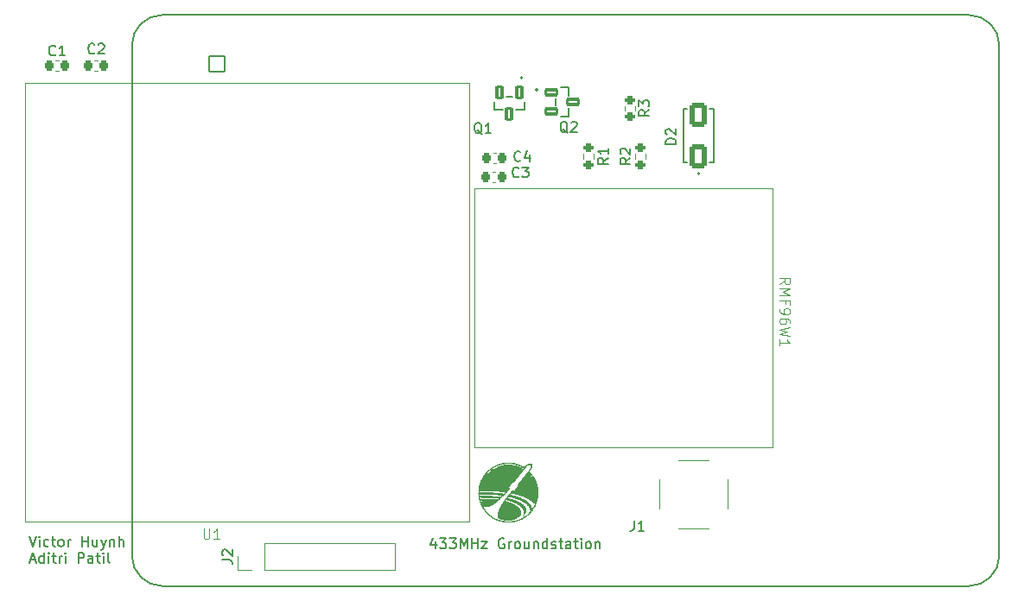
<source format=gto>
%TF.GenerationSoftware,KiCad,Pcbnew,7.0.6-0*%
%TF.CreationDate,2024-03-05T22:32:30-08:00*%
%TF.ProjectId,New Groundstation,4e657720-4772-46f7-956e-647374617469,rev?*%
%TF.SameCoordinates,Original*%
%TF.FileFunction,Legend,Top*%
%TF.FilePolarity,Positive*%
%FSLAX46Y46*%
G04 Gerber Fmt 4.6, Leading zero omitted, Abs format (unit mm)*
G04 Created by KiCad (PCBNEW 7.0.6-0) date 2024-03-05 22:32:30*
%MOMM*%
%LPD*%
G01*
G04 APERTURE LIST*
G04 Aperture macros list*
%AMRoundRect*
0 Rectangle with rounded corners*
0 $1 Rounding radius*
0 $2 $3 $4 $5 $6 $7 $8 $9 X,Y pos of 4 corners*
0 Add a 4 corners polygon primitive as box body*
4,1,4,$2,$3,$4,$5,$6,$7,$8,$9,$2,$3,0*
0 Add four circle primitives for the rounded corners*
1,1,$1+$1,$2,$3*
1,1,$1+$1,$4,$5*
1,1,$1+$1,$6,$7*
1,1,$1+$1,$8,$9*
0 Add four rect primitives between the rounded corners*
20,1,$1+$1,$2,$3,$4,$5,0*
20,1,$1+$1,$4,$5,$6,$7,0*
20,1,$1+$1,$6,$7,$8,$9,0*
20,1,$1+$1,$8,$9,$2,$3,0*%
G04 Aperture macros list end*
%ADD10C,0.150000*%
%ADD11C,0.100000*%
%ADD12C,0.120000*%
%ADD13C,0.127000*%
%ADD14C,0.200000*%
%ADD15RoundRect,0.225000X-0.225000X-0.250000X0.225000X-0.250000X0.225000X0.250000X-0.225000X0.250000X0*%
%ADD16RoundRect,0.144000X-0.258000X0.573000X-0.258000X-0.573000X0.258000X-0.573000X0.258000X0.573000X0*%
%ADD17RoundRect,0.200000X0.275000X-0.200000X0.275000X0.200000X-0.275000X0.200000X-0.275000X-0.200000X0*%
%ADD18RoundRect,0.102000X-0.762000X-0.762000X0.762000X-0.762000X0.762000X0.762000X-0.762000X0.762000X0*%
%ADD19C,1.728000*%
%ADD20C,4.016400*%
%ADD21RoundRect,0.200000X-0.275000X0.200000X-0.275000X-0.200000X0.275000X-0.200000X0.275000X0.200000X0*%
%ADD22C,6.000000*%
%ADD23C,1.524000*%
%ADD24C,2.050000*%
%ADD25C,2.250000*%
%ADD26RoundRect,0.225000X0.225000X0.250000X-0.225000X0.250000X-0.225000X-0.250000X0.225000X-0.250000X0*%
%ADD27RoundRect,0.144000X-0.573000X-0.258000X0.573000X-0.258000X0.573000X0.258000X-0.573000X0.258000X0*%
%ADD28R,1.700000X1.700000*%
%ADD29O,1.700000X1.700000*%
%ADD30RoundRect,0.270300X0.596700X-0.936700X0.596700X0.936700X-0.596700X0.936700X-0.596700X-0.936700X0*%
G04 APERTURE END LIST*
D10*
X137607287Y-120361152D02*
X137607287Y-121027819D01*
X137369192Y-119980200D02*
X137131097Y-120694485D01*
X137131097Y-120694485D02*
X137750144Y-120694485D01*
X138035859Y-120027819D02*
X138654906Y-120027819D01*
X138654906Y-120027819D02*
X138321573Y-120408771D01*
X138321573Y-120408771D02*
X138464430Y-120408771D01*
X138464430Y-120408771D02*
X138559668Y-120456390D01*
X138559668Y-120456390D02*
X138607287Y-120504009D01*
X138607287Y-120504009D02*
X138654906Y-120599247D01*
X138654906Y-120599247D02*
X138654906Y-120837342D01*
X138654906Y-120837342D02*
X138607287Y-120932580D01*
X138607287Y-120932580D02*
X138559668Y-120980200D01*
X138559668Y-120980200D02*
X138464430Y-121027819D01*
X138464430Y-121027819D02*
X138178716Y-121027819D01*
X138178716Y-121027819D02*
X138083478Y-120980200D01*
X138083478Y-120980200D02*
X138035859Y-120932580D01*
X138988240Y-120027819D02*
X139607287Y-120027819D01*
X139607287Y-120027819D02*
X139273954Y-120408771D01*
X139273954Y-120408771D02*
X139416811Y-120408771D01*
X139416811Y-120408771D02*
X139512049Y-120456390D01*
X139512049Y-120456390D02*
X139559668Y-120504009D01*
X139559668Y-120504009D02*
X139607287Y-120599247D01*
X139607287Y-120599247D02*
X139607287Y-120837342D01*
X139607287Y-120837342D02*
X139559668Y-120932580D01*
X139559668Y-120932580D02*
X139512049Y-120980200D01*
X139512049Y-120980200D02*
X139416811Y-121027819D01*
X139416811Y-121027819D02*
X139131097Y-121027819D01*
X139131097Y-121027819D02*
X139035859Y-120980200D01*
X139035859Y-120980200D02*
X138988240Y-120932580D01*
X140035859Y-121027819D02*
X140035859Y-120027819D01*
X140035859Y-120027819D02*
X140369192Y-120742104D01*
X140369192Y-120742104D02*
X140702525Y-120027819D01*
X140702525Y-120027819D02*
X140702525Y-121027819D01*
X141178716Y-121027819D02*
X141178716Y-120027819D01*
X141178716Y-120504009D02*
X141750144Y-120504009D01*
X141750144Y-121027819D02*
X141750144Y-120027819D01*
X142131097Y-120361152D02*
X142654906Y-120361152D01*
X142654906Y-120361152D02*
X142131097Y-121027819D01*
X142131097Y-121027819D02*
X142654906Y-121027819D01*
X144321573Y-120075438D02*
X144226335Y-120027819D01*
X144226335Y-120027819D02*
X144083478Y-120027819D01*
X144083478Y-120027819D02*
X143940621Y-120075438D01*
X143940621Y-120075438D02*
X143845383Y-120170676D01*
X143845383Y-120170676D02*
X143797764Y-120265914D01*
X143797764Y-120265914D02*
X143750145Y-120456390D01*
X143750145Y-120456390D02*
X143750145Y-120599247D01*
X143750145Y-120599247D02*
X143797764Y-120789723D01*
X143797764Y-120789723D02*
X143845383Y-120884961D01*
X143845383Y-120884961D02*
X143940621Y-120980200D01*
X143940621Y-120980200D02*
X144083478Y-121027819D01*
X144083478Y-121027819D02*
X144178716Y-121027819D01*
X144178716Y-121027819D02*
X144321573Y-120980200D01*
X144321573Y-120980200D02*
X144369192Y-120932580D01*
X144369192Y-120932580D02*
X144369192Y-120599247D01*
X144369192Y-120599247D02*
X144178716Y-120599247D01*
X144797764Y-121027819D02*
X144797764Y-120361152D01*
X144797764Y-120551628D02*
X144845383Y-120456390D01*
X144845383Y-120456390D02*
X144893002Y-120408771D01*
X144893002Y-120408771D02*
X144988240Y-120361152D01*
X144988240Y-120361152D02*
X145083478Y-120361152D01*
X145559669Y-121027819D02*
X145464431Y-120980200D01*
X145464431Y-120980200D02*
X145416812Y-120932580D01*
X145416812Y-120932580D02*
X145369193Y-120837342D01*
X145369193Y-120837342D02*
X145369193Y-120551628D01*
X145369193Y-120551628D02*
X145416812Y-120456390D01*
X145416812Y-120456390D02*
X145464431Y-120408771D01*
X145464431Y-120408771D02*
X145559669Y-120361152D01*
X145559669Y-120361152D02*
X145702526Y-120361152D01*
X145702526Y-120361152D02*
X145797764Y-120408771D01*
X145797764Y-120408771D02*
X145845383Y-120456390D01*
X145845383Y-120456390D02*
X145893002Y-120551628D01*
X145893002Y-120551628D02*
X145893002Y-120837342D01*
X145893002Y-120837342D02*
X145845383Y-120932580D01*
X145845383Y-120932580D02*
X145797764Y-120980200D01*
X145797764Y-120980200D02*
X145702526Y-121027819D01*
X145702526Y-121027819D02*
X145559669Y-121027819D01*
X146750145Y-120361152D02*
X146750145Y-121027819D01*
X146321574Y-120361152D02*
X146321574Y-120884961D01*
X146321574Y-120884961D02*
X146369193Y-120980200D01*
X146369193Y-120980200D02*
X146464431Y-121027819D01*
X146464431Y-121027819D02*
X146607288Y-121027819D01*
X146607288Y-121027819D02*
X146702526Y-120980200D01*
X146702526Y-120980200D02*
X146750145Y-120932580D01*
X147226336Y-120361152D02*
X147226336Y-121027819D01*
X147226336Y-120456390D02*
X147273955Y-120408771D01*
X147273955Y-120408771D02*
X147369193Y-120361152D01*
X147369193Y-120361152D02*
X147512050Y-120361152D01*
X147512050Y-120361152D02*
X147607288Y-120408771D01*
X147607288Y-120408771D02*
X147654907Y-120504009D01*
X147654907Y-120504009D02*
X147654907Y-121027819D01*
X148559669Y-121027819D02*
X148559669Y-120027819D01*
X148559669Y-120980200D02*
X148464431Y-121027819D01*
X148464431Y-121027819D02*
X148273955Y-121027819D01*
X148273955Y-121027819D02*
X148178717Y-120980200D01*
X148178717Y-120980200D02*
X148131098Y-120932580D01*
X148131098Y-120932580D02*
X148083479Y-120837342D01*
X148083479Y-120837342D02*
X148083479Y-120551628D01*
X148083479Y-120551628D02*
X148131098Y-120456390D01*
X148131098Y-120456390D02*
X148178717Y-120408771D01*
X148178717Y-120408771D02*
X148273955Y-120361152D01*
X148273955Y-120361152D02*
X148464431Y-120361152D01*
X148464431Y-120361152D02*
X148559669Y-120408771D01*
X148988241Y-120980200D02*
X149083479Y-121027819D01*
X149083479Y-121027819D02*
X149273955Y-121027819D01*
X149273955Y-121027819D02*
X149369193Y-120980200D01*
X149369193Y-120980200D02*
X149416812Y-120884961D01*
X149416812Y-120884961D02*
X149416812Y-120837342D01*
X149416812Y-120837342D02*
X149369193Y-120742104D01*
X149369193Y-120742104D02*
X149273955Y-120694485D01*
X149273955Y-120694485D02*
X149131098Y-120694485D01*
X149131098Y-120694485D02*
X149035860Y-120646866D01*
X149035860Y-120646866D02*
X148988241Y-120551628D01*
X148988241Y-120551628D02*
X148988241Y-120504009D01*
X148988241Y-120504009D02*
X149035860Y-120408771D01*
X149035860Y-120408771D02*
X149131098Y-120361152D01*
X149131098Y-120361152D02*
X149273955Y-120361152D01*
X149273955Y-120361152D02*
X149369193Y-120408771D01*
X149702527Y-120361152D02*
X150083479Y-120361152D01*
X149845384Y-120027819D02*
X149845384Y-120884961D01*
X149845384Y-120884961D02*
X149893003Y-120980200D01*
X149893003Y-120980200D02*
X149988241Y-121027819D01*
X149988241Y-121027819D02*
X150083479Y-121027819D01*
X150845384Y-121027819D02*
X150845384Y-120504009D01*
X150845384Y-120504009D02*
X150797765Y-120408771D01*
X150797765Y-120408771D02*
X150702527Y-120361152D01*
X150702527Y-120361152D02*
X150512051Y-120361152D01*
X150512051Y-120361152D02*
X150416813Y-120408771D01*
X150845384Y-120980200D02*
X150750146Y-121027819D01*
X150750146Y-121027819D02*
X150512051Y-121027819D01*
X150512051Y-121027819D02*
X150416813Y-120980200D01*
X150416813Y-120980200D02*
X150369194Y-120884961D01*
X150369194Y-120884961D02*
X150369194Y-120789723D01*
X150369194Y-120789723D02*
X150416813Y-120694485D01*
X150416813Y-120694485D02*
X150512051Y-120646866D01*
X150512051Y-120646866D02*
X150750146Y-120646866D01*
X150750146Y-120646866D02*
X150845384Y-120599247D01*
X151178718Y-120361152D02*
X151559670Y-120361152D01*
X151321575Y-120027819D02*
X151321575Y-120884961D01*
X151321575Y-120884961D02*
X151369194Y-120980200D01*
X151369194Y-120980200D02*
X151464432Y-121027819D01*
X151464432Y-121027819D02*
X151559670Y-121027819D01*
X151893004Y-121027819D02*
X151893004Y-120361152D01*
X151893004Y-120027819D02*
X151845385Y-120075438D01*
X151845385Y-120075438D02*
X151893004Y-120123057D01*
X151893004Y-120123057D02*
X151940623Y-120075438D01*
X151940623Y-120075438D02*
X151893004Y-120027819D01*
X151893004Y-120027819D02*
X151893004Y-120123057D01*
X152512051Y-121027819D02*
X152416813Y-120980200D01*
X152416813Y-120980200D02*
X152369194Y-120932580D01*
X152369194Y-120932580D02*
X152321575Y-120837342D01*
X152321575Y-120837342D02*
X152321575Y-120551628D01*
X152321575Y-120551628D02*
X152369194Y-120456390D01*
X152369194Y-120456390D02*
X152416813Y-120408771D01*
X152416813Y-120408771D02*
X152512051Y-120361152D01*
X152512051Y-120361152D02*
X152654908Y-120361152D01*
X152654908Y-120361152D02*
X152750146Y-120408771D01*
X152750146Y-120408771D02*
X152797765Y-120456390D01*
X152797765Y-120456390D02*
X152845384Y-120551628D01*
X152845384Y-120551628D02*
X152845384Y-120837342D01*
X152845384Y-120837342D02*
X152797765Y-120932580D01*
X152797765Y-120932580D02*
X152750146Y-120980200D01*
X152750146Y-120980200D02*
X152654908Y-121027819D01*
X152654908Y-121027819D02*
X152512051Y-121027819D01*
X153273956Y-120361152D02*
X153273956Y-121027819D01*
X153273956Y-120456390D02*
X153321575Y-120408771D01*
X153321575Y-120408771D02*
X153416813Y-120361152D01*
X153416813Y-120361152D02*
X153559670Y-120361152D01*
X153559670Y-120361152D02*
X153654908Y-120408771D01*
X153654908Y-120408771D02*
X153702527Y-120504009D01*
X153702527Y-120504009D02*
X153702527Y-121027819D01*
X97792859Y-119814819D02*
X98126192Y-120814819D01*
X98126192Y-120814819D02*
X98459525Y-119814819D01*
X98792859Y-120814819D02*
X98792859Y-120148152D01*
X98792859Y-119814819D02*
X98745240Y-119862438D01*
X98745240Y-119862438D02*
X98792859Y-119910057D01*
X98792859Y-119910057D02*
X98840478Y-119862438D01*
X98840478Y-119862438D02*
X98792859Y-119814819D01*
X98792859Y-119814819D02*
X98792859Y-119910057D01*
X99697620Y-120767200D02*
X99602382Y-120814819D01*
X99602382Y-120814819D02*
X99411906Y-120814819D01*
X99411906Y-120814819D02*
X99316668Y-120767200D01*
X99316668Y-120767200D02*
X99269049Y-120719580D01*
X99269049Y-120719580D02*
X99221430Y-120624342D01*
X99221430Y-120624342D02*
X99221430Y-120338628D01*
X99221430Y-120338628D02*
X99269049Y-120243390D01*
X99269049Y-120243390D02*
X99316668Y-120195771D01*
X99316668Y-120195771D02*
X99411906Y-120148152D01*
X99411906Y-120148152D02*
X99602382Y-120148152D01*
X99602382Y-120148152D02*
X99697620Y-120195771D01*
X99983335Y-120148152D02*
X100364287Y-120148152D01*
X100126192Y-119814819D02*
X100126192Y-120671961D01*
X100126192Y-120671961D02*
X100173811Y-120767200D01*
X100173811Y-120767200D02*
X100269049Y-120814819D01*
X100269049Y-120814819D02*
X100364287Y-120814819D01*
X100840478Y-120814819D02*
X100745240Y-120767200D01*
X100745240Y-120767200D02*
X100697621Y-120719580D01*
X100697621Y-120719580D02*
X100650002Y-120624342D01*
X100650002Y-120624342D02*
X100650002Y-120338628D01*
X100650002Y-120338628D02*
X100697621Y-120243390D01*
X100697621Y-120243390D02*
X100745240Y-120195771D01*
X100745240Y-120195771D02*
X100840478Y-120148152D01*
X100840478Y-120148152D02*
X100983335Y-120148152D01*
X100983335Y-120148152D02*
X101078573Y-120195771D01*
X101078573Y-120195771D02*
X101126192Y-120243390D01*
X101126192Y-120243390D02*
X101173811Y-120338628D01*
X101173811Y-120338628D02*
X101173811Y-120624342D01*
X101173811Y-120624342D02*
X101126192Y-120719580D01*
X101126192Y-120719580D02*
X101078573Y-120767200D01*
X101078573Y-120767200D02*
X100983335Y-120814819D01*
X100983335Y-120814819D02*
X100840478Y-120814819D01*
X101602383Y-120814819D02*
X101602383Y-120148152D01*
X101602383Y-120338628D02*
X101650002Y-120243390D01*
X101650002Y-120243390D02*
X101697621Y-120195771D01*
X101697621Y-120195771D02*
X101792859Y-120148152D01*
X101792859Y-120148152D02*
X101888097Y-120148152D01*
X102983336Y-120814819D02*
X102983336Y-119814819D01*
X102983336Y-120291009D02*
X103554764Y-120291009D01*
X103554764Y-120814819D02*
X103554764Y-119814819D01*
X104459526Y-120148152D02*
X104459526Y-120814819D01*
X104030955Y-120148152D02*
X104030955Y-120671961D01*
X104030955Y-120671961D02*
X104078574Y-120767200D01*
X104078574Y-120767200D02*
X104173812Y-120814819D01*
X104173812Y-120814819D02*
X104316669Y-120814819D01*
X104316669Y-120814819D02*
X104411907Y-120767200D01*
X104411907Y-120767200D02*
X104459526Y-120719580D01*
X104840479Y-120148152D02*
X105078574Y-120814819D01*
X105316669Y-120148152D02*
X105078574Y-120814819D01*
X105078574Y-120814819D02*
X104983336Y-121052914D01*
X104983336Y-121052914D02*
X104935717Y-121100533D01*
X104935717Y-121100533D02*
X104840479Y-121148152D01*
X105697622Y-120148152D02*
X105697622Y-120814819D01*
X105697622Y-120243390D02*
X105745241Y-120195771D01*
X105745241Y-120195771D02*
X105840479Y-120148152D01*
X105840479Y-120148152D02*
X105983336Y-120148152D01*
X105983336Y-120148152D02*
X106078574Y-120195771D01*
X106078574Y-120195771D02*
X106126193Y-120291009D01*
X106126193Y-120291009D02*
X106126193Y-120814819D01*
X106602384Y-120814819D02*
X106602384Y-119814819D01*
X107030955Y-120814819D02*
X107030955Y-120291009D01*
X107030955Y-120291009D02*
X106983336Y-120195771D01*
X106983336Y-120195771D02*
X106888098Y-120148152D01*
X106888098Y-120148152D02*
X106745241Y-120148152D01*
X106745241Y-120148152D02*
X106650003Y-120195771D01*
X106650003Y-120195771D02*
X106602384Y-120243390D01*
X97888097Y-122139104D02*
X98364287Y-122139104D01*
X97792859Y-122424819D02*
X98126192Y-121424819D01*
X98126192Y-121424819D02*
X98459525Y-122424819D01*
X99221430Y-122424819D02*
X99221430Y-121424819D01*
X99221430Y-122377200D02*
X99126192Y-122424819D01*
X99126192Y-122424819D02*
X98935716Y-122424819D01*
X98935716Y-122424819D02*
X98840478Y-122377200D01*
X98840478Y-122377200D02*
X98792859Y-122329580D01*
X98792859Y-122329580D02*
X98745240Y-122234342D01*
X98745240Y-122234342D02*
X98745240Y-121948628D01*
X98745240Y-121948628D02*
X98792859Y-121853390D01*
X98792859Y-121853390D02*
X98840478Y-121805771D01*
X98840478Y-121805771D02*
X98935716Y-121758152D01*
X98935716Y-121758152D02*
X99126192Y-121758152D01*
X99126192Y-121758152D02*
X99221430Y-121805771D01*
X99697621Y-122424819D02*
X99697621Y-121758152D01*
X99697621Y-121424819D02*
X99650002Y-121472438D01*
X99650002Y-121472438D02*
X99697621Y-121520057D01*
X99697621Y-121520057D02*
X99745240Y-121472438D01*
X99745240Y-121472438D02*
X99697621Y-121424819D01*
X99697621Y-121424819D02*
X99697621Y-121520057D01*
X100030954Y-121758152D02*
X100411906Y-121758152D01*
X100173811Y-121424819D02*
X100173811Y-122281961D01*
X100173811Y-122281961D02*
X100221430Y-122377200D01*
X100221430Y-122377200D02*
X100316668Y-122424819D01*
X100316668Y-122424819D02*
X100411906Y-122424819D01*
X100745240Y-122424819D02*
X100745240Y-121758152D01*
X100745240Y-121948628D02*
X100792859Y-121853390D01*
X100792859Y-121853390D02*
X100840478Y-121805771D01*
X100840478Y-121805771D02*
X100935716Y-121758152D01*
X100935716Y-121758152D02*
X101030954Y-121758152D01*
X101364288Y-122424819D02*
X101364288Y-121758152D01*
X101364288Y-121424819D02*
X101316669Y-121472438D01*
X101316669Y-121472438D02*
X101364288Y-121520057D01*
X101364288Y-121520057D02*
X101411907Y-121472438D01*
X101411907Y-121472438D02*
X101364288Y-121424819D01*
X101364288Y-121424819D02*
X101364288Y-121520057D01*
X102602383Y-122424819D02*
X102602383Y-121424819D01*
X102602383Y-121424819D02*
X102983335Y-121424819D01*
X102983335Y-121424819D02*
X103078573Y-121472438D01*
X103078573Y-121472438D02*
X103126192Y-121520057D01*
X103126192Y-121520057D02*
X103173811Y-121615295D01*
X103173811Y-121615295D02*
X103173811Y-121758152D01*
X103173811Y-121758152D02*
X103126192Y-121853390D01*
X103126192Y-121853390D02*
X103078573Y-121901009D01*
X103078573Y-121901009D02*
X102983335Y-121948628D01*
X102983335Y-121948628D02*
X102602383Y-121948628D01*
X104030954Y-122424819D02*
X104030954Y-121901009D01*
X104030954Y-121901009D02*
X103983335Y-121805771D01*
X103983335Y-121805771D02*
X103888097Y-121758152D01*
X103888097Y-121758152D02*
X103697621Y-121758152D01*
X103697621Y-121758152D02*
X103602383Y-121805771D01*
X104030954Y-122377200D02*
X103935716Y-122424819D01*
X103935716Y-122424819D02*
X103697621Y-122424819D01*
X103697621Y-122424819D02*
X103602383Y-122377200D01*
X103602383Y-122377200D02*
X103554764Y-122281961D01*
X103554764Y-122281961D02*
X103554764Y-122186723D01*
X103554764Y-122186723D02*
X103602383Y-122091485D01*
X103602383Y-122091485D02*
X103697621Y-122043866D01*
X103697621Y-122043866D02*
X103935716Y-122043866D01*
X103935716Y-122043866D02*
X104030954Y-121996247D01*
X104364288Y-121758152D02*
X104745240Y-121758152D01*
X104507145Y-121424819D02*
X104507145Y-122281961D01*
X104507145Y-122281961D02*
X104554764Y-122377200D01*
X104554764Y-122377200D02*
X104650002Y-122424819D01*
X104650002Y-122424819D02*
X104745240Y-122424819D01*
X105078574Y-122424819D02*
X105078574Y-121758152D01*
X105078574Y-121424819D02*
X105030955Y-121472438D01*
X105030955Y-121472438D02*
X105078574Y-121520057D01*
X105078574Y-121520057D02*
X105126193Y-121472438D01*
X105126193Y-121472438D02*
X105078574Y-121424819D01*
X105078574Y-121424819D02*
X105078574Y-121520057D01*
X105697621Y-122424819D02*
X105602383Y-122377200D01*
X105602383Y-122377200D02*
X105554764Y-122281961D01*
X105554764Y-122281961D02*
X105554764Y-121424819D01*
X145768470Y-84535180D02*
X145720851Y-84582800D01*
X145720851Y-84582800D02*
X145577994Y-84630419D01*
X145577994Y-84630419D02*
X145482756Y-84630419D01*
X145482756Y-84630419D02*
X145339899Y-84582800D01*
X145339899Y-84582800D02*
X145244661Y-84487561D01*
X145244661Y-84487561D02*
X145197042Y-84392323D01*
X145197042Y-84392323D02*
X145149423Y-84201847D01*
X145149423Y-84201847D02*
X145149423Y-84058990D01*
X145149423Y-84058990D02*
X145197042Y-83868514D01*
X145197042Y-83868514D02*
X145244661Y-83773276D01*
X145244661Y-83773276D02*
X145339899Y-83678038D01*
X145339899Y-83678038D02*
X145482756Y-83630419D01*
X145482756Y-83630419D02*
X145577994Y-83630419D01*
X145577994Y-83630419D02*
X145720851Y-83678038D01*
X145720851Y-83678038D02*
X145768470Y-83725657D01*
X146101804Y-83630419D02*
X146720851Y-83630419D01*
X146720851Y-83630419D02*
X146387518Y-84011371D01*
X146387518Y-84011371D02*
X146530375Y-84011371D01*
X146530375Y-84011371D02*
X146625613Y-84058990D01*
X146625613Y-84058990D02*
X146673232Y-84106609D01*
X146673232Y-84106609D02*
X146720851Y-84201847D01*
X146720851Y-84201847D02*
X146720851Y-84439942D01*
X146720851Y-84439942D02*
X146673232Y-84535180D01*
X146673232Y-84535180D02*
X146625613Y-84582800D01*
X146625613Y-84582800D02*
X146530375Y-84630419D01*
X146530375Y-84630419D02*
X146244661Y-84630419D01*
X146244661Y-84630419D02*
X146149423Y-84582800D01*
X146149423Y-84582800D02*
X146101804Y-84535180D01*
X142156898Y-80382257D02*
X142061660Y-80334638D01*
X142061660Y-80334638D02*
X141966422Y-80239400D01*
X141966422Y-80239400D02*
X141823565Y-80096542D01*
X141823565Y-80096542D02*
X141728327Y-80048923D01*
X141728327Y-80048923D02*
X141633089Y-80048923D01*
X141680708Y-80287019D02*
X141585470Y-80239400D01*
X141585470Y-80239400D02*
X141490232Y-80144161D01*
X141490232Y-80144161D02*
X141442613Y-79953685D01*
X141442613Y-79953685D02*
X141442613Y-79620352D01*
X141442613Y-79620352D02*
X141490232Y-79429876D01*
X141490232Y-79429876D02*
X141585470Y-79334638D01*
X141585470Y-79334638D02*
X141680708Y-79287019D01*
X141680708Y-79287019D02*
X141871184Y-79287019D01*
X141871184Y-79287019D02*
X141966422Y-79334638D01*
X141966422Y-79334638D02*
X142061660Y-79429876D01*
X142061660Y-79429876D02*
X142109279Y-79620352D01*
X142109279Y-79620352D02*
X142109279Y-79953685D01*
X142109279Y-79953685D02*
X142061660Y-80144161D01*
X142061660Y-80144161D02*
X141966422Y-80239400D01*
X141966422Y-80239400D02*
X141871184Y-80287019D01*
X141871184Y-80287019D02*
X141680708Y-80287019D01*
X143061660Y-80287019D02*
X142490232Y-80287019D01*
X142775946Y-80287019D02*
X142775946Y-79287019D01*
X142775946Y-79287019D02*
X142680708Y-79429876D01*
X142680708Y-79429876D02*
X142585470Y-79525114D01*
X142585470Y-79525114D02*
X142490232Y-79572733D01*
X156694756Y-82716666D02*
X156218565Y-83049999D01*
X156694756Y-83288094D02*
X155694756Y-83288094D01*
X155694756Y-83288094D02*
X155694756Y-82907142D01*
X155694756Y-82907142D02*
X155742375Y-82811904D01*
X155742375Y-82811904D02*
X155789994Y-82764285D01*
X155789994Y-82764285D02*
X155885232Y-82716666D01*
X155885232Y-82716666D02*
X156028089Y-82716666D01*
X156028089Y-82716666D02*
X156123327Y-82764285D01*
X156123327Y-82764285D02*
X156170946Y-82811904D01*
X156170946Y-82811904D02*
X156218565Y-82907142D01*
X156218565Y-82907142D02*
X156218565Y-83288094D01*
X155789994Y-82335713D02*
X155742375Y-82288094D01*
X155742375Y-82288094D02*
X155694756Y-82192856D01*
X155694756Y-82192856D02*
X155694756Y-81954761D01*
X155694756Y-81954761D02*
X155742375Y-81859523D01*
X155742375Y-81859523D02*
X155789994Y-81811904D01*
X155789994Y-81811904D02*
X155885232Y-81764285D01*
X155885232Y-81764285D02*
X155980470Y-81764285D01*
X155980470Y-81764285D02*
X156123327Y-81811904D01*
X156123327Y-81811904D02*
X156694756Y-82383332D01*
X156694756Y-82383332D02*
X156694756Y-81764285D01*
X154504756Y-82716666D02*
X154028565Y-83049999D01*
X154504756Y-83288094D02*
X153504756Y-83288094D01*
X153504756Y-83288094D02*
X153504756Y-82907142D01*
X153504756Y-82907142D02*
X153552375Y-82811904D01*
X153552375Y-82811904D02*
X153599994Y-82764285D01*
X153599994Y-82764285D02*
X153695232Y-82716666D01*
X153695232Y-82716666D02*
X153838089Y-82716666D01*
X153838089Y-82716666D02*
X153933327Y-82764285D01*
X153933327Y-82764285D02*
X153980946Y-82811904D01*
X153980946Y-82811904D02*
X154028565Y-82907142D01*
X154028565Y-82907142D02*
X154028565Y-83288094D01*
X154504756Y-81764285D02*
X154504756Y-82335713D01*
X154504756Y-82049999D02*
X153504756Y-82049999D01*
X153504756Y-82049999D02*
X153647613Y-82145237D01*
X153647613Y-82145237D02*
X153742851Y-82240475D01*
X153742851Y-82240475D02*
X153790470Y-82335713D01*
D11*
X114892032Y-119092419D02*
X114892032Y-119901942D01*
X114892032Y-119901942D02*
X114939651Y-119997180D01*
X114939651Y-119997180D02*
X114987270Y-120044800D01*
X114987270Y-120044800D02*
X115082508Y-120092419D01*
X115082508Y-120092419D02*
X115272984Y-120092419D01*
X115272984Y-120092419D02*
X115368222Y-120044800D01*
X115368222Y-120044800D02*
X115415841Y-119997180D01*
X115415841Y-119997180D02*
X115463460Y-119901942D01*
X115463460Y-119901942D02*
X115463460Y-119092419D01*
X116463460Y-120092419D02*
X115892032Y-120092419D01*
X116177746Y-120092419D02*
X116177746Y-119092419D01*
X116177746Y-119092419D02*
X116082508Y-119235276D01*
X116082508Y-119235276D02*
X115987270Y-119330514D01*
X115987270Y-119330514D02*
X115892032Y-119378133D01*
X171334917Y-95109962D02*
X171811108Y-94776629D01*
X171334917Y-94538534D02*
X172334917Y-94538534D01*
X172334917Y-94538534D02*
X172334917Y-94919486D01*
X172334917Y-94919486D02*
X172287298Y-95014724D01*
X172287298Y-95014724D02*
X172239679Y-95062343D01*
X172239679Y-95062343D02*
X172144441Y-95109962D01*
X172144441Y-95109962D02*
X172001584Y-95109962D01*
X172001584Y-95109962D02*
X171906346Y-95062343D01*
X171906346Y-95062343D02*
X171858727Y-95014724D01*
X171858727Y-95014724D02*
X171811108Y-94919486D01*
X171811108Y-94919486D02*
X171811108Y-94538534D01*
X171334917Y-95538534D02*
X172334917Y-95538534D01*
X172334917Y-95538534D02*
X171620632Y-95871867D01*
X171620632Y-95871867D02*
X172334917Y-96205200D01*
X172334917Y-96205200D02*
X171334917Y-96205200D01*
X171858727Y-97014724D02*
X171858727Y-96681391D01*
X171334917Y-96681391D02*
X172334917Y-96681391D01*
X172334917Y-96681391D02*
X172334917Y-97157581D01*
X171334917Y-97586153D02*
X171334917Y-97776629D01*
X171334917Y-97776629D02*
X171382537Y-97871867D01*
X171382537Y-97871867D02*
X171430156Y-97919486D01*
X171430156Y-97919486D02*
X171573013Y-98014724D01*
X171573013Y-98014724D02*
X171763489Y-98062343D01*
X171763489Y-98062343D02*
X172144441Y-98062343D01*
X172144441Y-98062343D02*
X172239679Y-98014724D01*
X172239679Y-98014724D02*
X172287298Y-97967105D01*
X172287298Y-97967105D02*
X172334917Y-97871867D01*
X172334917Y-97871867D02*
X172334917Y-97681391D01*
X172334917Y-97681391D02*
X172287298Y-97586153D01*
X172287298Y-97586153D02*
X172239679Y-97538534D01*
X172239679Y-97538534D02*
X172144441Y-97490915D01*
X172144441Y-97490915D02*
X171906346Y-97490915D01*
X171906346Y-97490915D02*
X171811108Y-97538534D01*
X171811108Y-97538534D02*
X171763489Y-97586153D01*
X171763489Y-97586153D02*
X171715870Y-97681391D01*
X171715870Y-97681391D02*
X171715870Y-97871867D01*
X171715870Y-97871867D02*
X171763489Y-97967105D01*
X171763489Y-97967105D02*
X171811108Y-98014724D01*
X171811108Y-98014724D02*
X171906346Y-98062343D01*
X172334917Y-98919486D02*
X172334917Y-98729010D01*
X172334917Y-98729010D02*
X172287298Y-98633772D01*
X172287298Y-98633772D02*
X172239679Y-98586153D01*
X172239679Y-98586153D02*
X172096822Y-98490915D01*
X172096822Y-98490915D02*
X171906346Y-98443296D01*
X171906346Y-98443296D02*
X171525394Y-98443296D01*
X171525394Y-98443296D02*
X171430156Y-98490915D01*
X171430156Y-98490915D02*
X171382537Y-98538534D01*
X171382537Y-98538534D02*
X171334917Y-98633772D01*
X171334917Y-98633772D02*
X171334917Y-98824248D01*
X171334917Y-98824248D02*
X171382537Y-98919486D01*
X171382537Y-98919486D02*
X171430156Y-98967105D01*
X171430156Y-98967105D02*
X171525394Y-99014724D01*
X171525394Y-99014724D02*
X171763489Y-99014724D01*
X171763489Y-99014724D02*
X171858727Y-98967105D01*
X171858727Y-98967105D02*
X171906346Y-98919486D01*
X171906346Y-98919486D02*
X171953965Y-98824248D01*
X171953965Y-98824248D02*
X171953965Y-98633772D01*
X171953965Y-98633772D02*
X171906346Y-98538534D01*
X171906346Y-98538534D02*
X171858727Y-98490915D01*
X171858727Y-98490915D02*
X171763489Y-98443296D01*
X172334917Y-99348058D02*
X171334917Y-99586153D01*
X171334917Y-99586153D02*
X172049203Y-99776629D01*
X172049203Y-99776629D02*
X171334917Y-99967105D01*
X171334917Y-99967105D02*
X172334917Y-100205201D01*
X171334917Y-101109962D02*
X171334917Y-100538534D01*
X171334917Y-100824248D02*
X172334917Y-100824248D01*
X172334917Y-100824248D02*
X172192060Y-100729010D01*
X172192060Y-100729010D02*
X172096822Y-100633772D01*
X172096822Y-100633772D02*
X172049203Y-100538534D01*
D10*
X100366270Y-72589580D02*
X100318651Y-72637200D01*
X100318651Y-72637200D02*
X100175794Y-72684819D01*
X100175794Y-72684819D02*
X100080556Y-72684819D01*
X100080556Y-72684819D02*
X99937699Y-72637200D01*
X99937699Y-72637200D02*
X99842461Y-72541961D01*
X99842461Y-72541961D02*
X99794842Y-72446723D01*
X99794842Y-72446723D02*
X99747223Y-72256247D01*
X99747223Y-72256247D02*
X99747223Y-72113390D01*
X99747223Y-72113390D02*
X99794842Y-71922914D01*
X99794842Y-71922914D02*
X99842461Y-71827676D01*
X99842461Y-71827676D02*
X99937699Y-71732438D01*
X99937699Y-71732438D02*
X100080556Y-71684819D01*
X100080556Y-71684819D02*
X100175794Y-71684819D01*
X100175794Y-71684819D02*
X100318651Y-71732438D01*
X100318651Y-71732438D02*
X100366270Y-71780057D01*
X101318651Y-72684819D02*
X100747223Y-72684819D01*
X101032937Y-72684819D02*
X101032937Y-71684819D01*
X101032937Y-71684819D02*
X100937699Y-71827676D01*
X100937699Y-71827676D02*
X100842461Y-71922914D01*
X100842461Y-71922914D02*
X100747223Y-71970533D01*
X157057203Y-118301419D02*
X157057203Y-119015704D01*
X157057203Y-119015704D02*
X157009584Y-119158561D01*
X157009584Y-119158561D02*
X156914346Y-119253800D01*
X156914346Y-119253800D02*
X156771489Y-119301419D01*
X156771489Y-119301419D02*
X156676251Y-119301419D01*
X158057203Y-119301419D02*
X157485775Y-119301419D01*
X157771489Y-119301419D02*
X157771489Y-118301419D01*
X157771489Y-118301419D02*
X157676251Y-118444276D01*
X157676251Y-118444276D02*
X157581013Y-118539514D01*
X157581013Y-118539514D02*
X157485775Y-118587133D01*
X104188670Y-72419380D02*
X104141051Y-72467000D01*
X104141051Y-72467000D02*
X103998194Y-72514619D01*
X103998194Y-72514619D02*
X103902956Y-72514619D01*
X103902956Y-72514619D02*
X103760099Y-72467000D01*
X103760099Y-72467000D02*
X103664861Y-72371761D01*
X103664861Y-72371761D02*
X103617242Y-72276523D01*
X103617242Y-72276523D02*
X103569623Y-72086047D01*
X103569623Y-72086047D02*
X103569623Y-71943190D01*
X103569623Y-71943190D02*
X103617242Y-71752714D01*
X103617242Y-71752714D02*
X103664861Y-71657476D01*
X103664861Y-71657476D02*
X103760099Y-71562238D01*
X103760099Y-71562238D02*
X103902956Y-71514619D01*
X103902956Y-71514619D02*
X103998194Y-71514619D01*
X103998194Y-71514619D02*
X104141051Y-71562238D01*
X104141051Y-71562238D02*
X104188670Y-71609857D01*
X104569623Y-71609857D02*
X104617242Y-71562238D01*
X104617242Y-71562238D02*
X104712480Y-71514619D01*
X104712480Y-71514619D02*
X104950575Y-71514619D01*
X104950575Y-71514619D02*
X105045813Y-71562238D01*
X105045813Y-71562238D02*
X105093432Y-71609857D01*
X105093432Y-71609857D02*
X105141051Y-71705095D01*
X105141051Y-71705095D02*
X105141051Y-71800333D01*
X105141051Y-71800333D02*
X105093432Y-71943190D01*
X105093432Y-71943190D02*
X104522004Y-72514619D01*
X104522004Y-72514619D02*
X105141051Y-72514619D01*
X145946270Y-82960380D02*
X145898651Y-83008000D01*
X145898651Y-83008000D02*
X145755794Y-83055619D01*
X145755794Y-83055619D02*
X145660556Y-83055619D01*
X145660556Y-83055619D02*
X145517699Y-83008000D01*
X145517699Y-83008000D02*
X145422461Y-82912761D01*
X145422461Y-82912761D02*
X145374842Y-82817523D01*
X145374842Y-82817523D02*
X145327223Y-82627047D01*
X145327223Y-82627047D02*
X145327223Y-82484190D01*
X145327223Y-82484190D02*
X145374842Y-82293714D01*
X145374842Y-82293714D02*
X145422461Y-82198476D01*
X145422461Y-82198476D02*
X145517699Y-82103238D01*
X145517699Y-82103238D02*
X145660556Y-82055619D01*
X145660556Y-82055619D02*
X145755794Y-82055619D01*
X145755794Y-82055619D02*
X145898651Y-82103238D01*
X145898651Y-82103238D02*
X145946270Y-82150857D01*
X146803413Y-82388952D02*
X146803413Y-83055619D01*
X146565318Y-82008000D02*
X146327223Y-82722285D01*
X146327223Y-82722285D02*
X146946270Y-82722285D01*
X150564298Y-80280657D02*
X150469060Y-80233038D01*
X150469060Y-80233038D02*
X150373822Y-80137800D01*
X150373822Y-80137800D02*
X150230965Y-79994942D01*
X150230965Y-79994942D02*
X150135727Y-79947323D01*
X150135727Y-79947323D02*
X150040489Y-79947323D01*
X150088108Y-80185419D02*
X149992870Y-80137800D01*
X149992870Y-80137800D02*
X149897632Y-80042561D01*
X149897632Y-80042561D02*
X149850013Y-79852085D01*
X149850013Y-79852085D02*
X149850013Y-79518752D01*
X149850013Y-79518752D02*
X149897632Y-79328276D01*
X149897632Y-79328276D02*
X149992870Y-79233038D01*
X149992870Y-79233038D02*
X150088108Y-79185419D01*
X150088108Y-79185419D02*
X150278584Y-79185419D01*
X150278584Y-79185419D02*
X150373822Y-79233038D01*
X150373822Y-79233038D02*
X150469060Y-79328276D01*
X150469060Y-79328276D02*
X150516679Y-79518752D01*
X150516679Y-79518752D02*
X150516679Y-79852085D01*
X150516679Y-79852085D02*
X150469060Y-80042561D01*
X150469060Y-80042561D02*
X150373822Y-80137800D01*
X150373822Y-80137800D02*
X150278584Y-80185419D01*
X150278584Y-80185419D02*
X150088108Y-80185419D01*
X150897632Y-79280657D02*
X150945251Y-79233038D01*
X150945251Y-79233038D02*
X151040489Y-79185419D01*
X151040489Y-79185419D02*
X151278584Y-79185419D01*
X151278584Y-79185419D02*
X151373822Y-79233038D01*
X151373822Y-79233038D02*
X151421441Y-79280657D01*
X151421441Y-79280657D02*
X151469060Y-79375895D01*
X151469060Y-79375895D02*
X151469060Y-79471133D01*
X151469060Y-79471133D02*
X151421441Y-79613990D01*
X151421441Y-79613990D02*
X150850013Y-80185419D01*
X150850013Y-80185419D02*
X151469060Y-80185419D01*
X158538756Y-78017666D02*
X158062565Y-78350999D01*
X158538756Y-78589094D02*
X157538756Y-78589094D01*
X157538756Y-78589094D02*
X157538756Y-78208142D01*
X157538756Y-78208142D02*
X157586375Y-78112904D01*
X157586375Y-78112904D02*
X157633994Y-78065285D01*
X157633994Y-78065285D02*
X157729232Y-78017666D01*
X157729232Y-78017666D02*
X157872089Y-78017666D01*
X157872089Y-78017666D02*
X157967327Y-78065285D01*
X157967327Y-78065285D02*
X158014946Y-78112904D01*
X158014946Y-78112904D02*
X158062565Y-78208142D01*
X158062565Y-78208142D02*
X158062565Y-78589094D01*
X157538756Y-77684332D02*
X157538756Y-77065285D01*
X157538756Y-77065285D02*
X157919708Y-77398618D01*
X157919708Y-77398618D02*
X157919708Y-77255761D01*
X157919708Y-77255761D02*
X157967327Y-77160523D01*
X157967327Y-77160523D02*
X158014946Y-77112904D01*
X158014946Y-77112904D02*
X158110184Y-77065285D01*
X158110184Y-77065285D02*
X158348279Y-77065285D01*
X158348279Y-77065285D02*
X158443517Y-77112904D01*
X158443517Y-77112904D02*
X158491137Y-77160523D01*
X158491137Y-77160523D02*
X158538756Y-77255761D01*
X158538756Y-77255761D02*
X158538756Y-77541475D01*
X158538756Y-77541475D02*
X158491137Y-77636713D01*
X158491137Y-77636713D02*
X158443517Y-77684332D01*
X116694756Y-122126333D02*
X117409041Y-122126333D01*
X117409041Y-122126333D02*
X117551898Y-122173952D01*
X117551898Y-122173952D02*
X117647137Y-122269190D01*
X117647137Y-122269190D02*
X117694756Y-122412047D01*
X117694756Y-122412047D02*
X117694756Y-122507285D01*
X116789994Y-121697761D02*
X116742375Y-121650142D01*
X116742375Y-121650142D02*
X116694756Y-121554904D01*
X116694756Y-121554904D02*
X116694756Y-121316809D01*
X116694756Y-121316809D02*
X116742375Y-121221571D01*
X116742375Y-121221571D02*
X116789994Y-121173952D01*
X116789994Y-121173952D02*
X116885232Y-121126333D01*
X116885232Y-121126333D02*
X116980470Y-121126333D01*
X116980470Y-121126333D02*
X117123327Y-121173952D01*
X117123327Y-121173952D02*
X117694756Y-121745380D01*
X117694756Y-121745380D02*
X117694756Y-121126333D01*
X161168883Y-81384625D02*
X160167127Y-81384625D01*
X160167127Y-81384625D02*
X160167127Y-81146112D01*
X160167127Y-81146112D02*
X160214830Y-81003004D01*
X160214830Y-81003004D02*
X160310235Y-80907599D01*
X160310235Y-80907599D02*
X160405641Y-80859896D01*
X160405641Y-80859896D02*
X160596451Y-80812193D01*
X160596451Y-80812193D02*
X160739559Y-80812193D01*
X160739559Y-80812193D02*
X160930370Y-80859896D01*
X160930370Y-80859896D02*
X161025775Y-80907599D01*
X161025775Y-80907599D02*
X161121181Y-81003004D01*
X161121181Y-81003004D02*
X161168883Y-81146112D01*
X161168883Y-81146112D02*
X161168883Y-81384625D01*
X160262533Y-80430572D02*
X160214830Y-80382869D01*
X160214830Y-80382869D02*
X160167127Y-80287464D01*
X160167127Y-80287464D02*
X160167127Y-80048951D01*
X160167127Y-80048951D02*
X160214830Y-79953545D01*
X160214830Y-79953545D02*
X160262533Y-79905843D01*
X160262533Y-79905843D02*
X160357938Y-79858140D01*
X160357938Y-79858140D02*
X160453343Y-79858140D01*
X160453343Y-79858140D02*
X160596451Y-79905843D01*
X160596451Y-79905843D02*
X161168883Y-80478275D01*
X161168883Y-80478275D02*
X161168883Y-79858140D01*
D12*
%TO.C,C3*%
X143178357Y-84072000D02*
X143459517Y-84072000D01*
X143178357Y-85092000D02*
X143459517Y-85092000D01*
D13*
%TO.C,Q1*%
X145172937Y-76693000D02*
X144512937Y-76693000D01*
X146302937Y-77993000D02*
X146302937Y-77218000D01*
X145462937Y-77993000D02*
X146302937Y-77993000D01*
X144222937Y-77993000D02*
X143382937Y-77993000D01*
X143382937Y-77993000D02*
X143382937Y-77218000D01*
D14*
X146142937Y-74843000D02*
G75*
G03*
X146142937Y-74843000I-100000J0D01*
G01*
D12*
%TO.C,R2*%
X157147437Y-82787258D02*
X157147437Y-82312742D01*
X158192437Y-82787258D02*
X158192437Y-82312742D01*
D13*
%TO.C,U2*%
X107853937Y-71699886D02*
X107853937Y-121699886D01*
X110853937Y-124699886D02*
X189853937Y-124699886D01*
X189853937Y-68699886D02*
X110853937Y-68699886D01*
X192853937Y-121699886D02*
X192853937Y-71699886D01*
X110853937Y-68699886D02*
G75*
G03*
X107853937Y-71699886I1J-3000001D01*
G01*
X107853937Y-121699886D02*
G75*
G03*
X110853937Y-124699886I3000001J1D01*
G01*
X192853937Y-71699886D02*
G75*
G03*
X189853937Y-68699886I-3000000J0D01*
G01*
X189853937Y-124699886D02*
G75*
G03*
X192853937Y-121699886I0J3000000D01*
G01*
D12*
%TO.C,R1*%
X153142437Y-82312742D02*
X153142437Y-82787258D01*
X152097437Y-82312742D02*
X152097437Y-82787258D01*
D11*
%TO.C,U1*%
X97378937Y-75360000D02*
X97378937Y-118410000D01*
X97378937Y-75360000D02*
X140928937Y-75360000D01*
X140928937Y-75360000D02*
X140928937Y-118410000D01*
X140928937Y-118410000D02*
X97378937Y-118410000D01*
X97378937Y-118410000D02*
X97378937Y-75360000D01*
%TO.C,RMF96W1*%
X170644575Y-85697234D02*
X141434575Y-85697234D01*
X141434575Y-85697234D02*
X141434575Y-111097234D01*
X141434575Y-111097234D02*
X170644575Y-111097234D01*
X170644575Y-111097234D02*
X170644575Y-85697234D01*
%TO.C,REF\u002A\u002A*%
G36*
X144810804Y-112598511D02*
G01*
X144865392Y-112599050D01*
X144913413Y-112599979D01*
X144955582Y-112601325D01*
X144992611Y-112603114D01*
X145025214Y-112605376D01*
X145054104Y-112608136D01*
X145076937Y-112610988D01*
X145129468Y-112618507D01*
X145175403Y-112625448D01*
X145216103Y-112632047D01*
X145252931Y-112638540D01*
X145287248Y-112645165D01*
X145320417Y-112652158D01*
X145342937Y-112657228D01*
X145359626Y-112661073D01*
X145379571Y-112665667D01*
X145396937Y-112669666D01*
X145413655Y-112673614D01*
X145434976Y-112678789D01*
X145457756Y-112684424D01*
X145472937Y-112688243D01*
X145491766Y-112692982D01*
X145508332Y-112697084D01*
X145520757Y-112700088D01*
X145526937Y-112701489D01*
X145542599Y-112705086D01*
X145563962Y-112710699D01*
X145589150Y-112717767D01*
X145616290Y-112725730D01*
X145643507Y-112734027D01*
X145668928Y-112742097D01*
X145690679Y-112749380D01*
X145706884Y-112755316D01*
X145706937Y-112755337D01*
X145714119Y-112758037D01*
X145726688Y-112762624D01*
X145742490Y-112768315D01*
X145750937Y-112771333D01*
X145817152Y-112795989D01*
X145885457Y-112823405D01*
X145953268Y-112852478D01*
X146018005Y-112882108D01*
X146068937Y-112907034D01*
X146087671Y-112916688D01*
X146109282Y-112928076D01*
X146131981Y-112940228D01*
X146153981Y-112952177D01*
X146173493Y-112962954D01*
X146188729Y-112971592D01*
X146194937Y-112975261D01*
X146207991Y-112982981D01*
X146219068Y-112989142D01*
X146225719Y-112992389D01*
X146231719Y-112995468D01*
X146242787Y-113001875D01*
X146257256Y-113010623D01*
X146270928Y-113019129D01*
X146286506Y-113028776D01*
X146299644Y-113036598D01*
X146308856Y-113041731D01*
X146312548Y-113043339D01*
X146316406Y-113040406D01*
X146323570Y-113032685D01*
X146332551Y-113021790D01*
X146333339Y-113020785D01*
X146343958Y-113007289D01*
X146354236Y-112994411D01*
X146361252Y-112985785D01*
X146367612Y-112977807D01*
X146377441Y-112965116D01*
X146389428Y-112949418D01*
X146402266Y-112932417D01*
X146403075Y-112931339D01*
X146416692Y-112913330D01*
X146430303Y-112895572D01*
X146442308Y-112880143D01*
X146450923Y-112869339D01*
X146461905Y-112855380D01*
X146472757Y-112840768D01*
X146478556Y-112832465D01*
X146488277Y-112819985D01*
X146499283Y-112808674D01*
X146503058Y-112805517D01*
X146515613Y-112797477D01*
X146533341Y-112788076D01*
X146553810Y-112778436D01*
X146574589Y-112769682D01*
X146593247Y-112762936D01*
X146598937Y-112761227D01*
X146610209Y-112757835D01*
X146626946Y-112752481D01*
X146647063Y-112745845D01*
X146668474Y-112738607D01*
X146672871Y-112737099D01*
X146695964Y-112729289D01*
X146719823Y-112721454D01*
X146741752Y-112714465D01*
X146759052Y-112709194D01*
X146760161Y-112708872D01*
X146777616Y-112703425D01*
X146794012Y-112697644D01*
X146806371Y-112692594D01*
X146808399Y-112691613D01*
X146820779Y-112686249D01*
X146836661Y-112680592D01*
X146847109Y-112677424D01*
X146874795Y-112669831D01*
X146895931Y-112664257D01*
X146911646Y-112660482D01*
X146923071Y-112658288D01*
X146931336Y-112657457D01*
X146937571Y-112657769D01*
X146942690Y-112658940D01*
X146955744Y-112662327D01*
X146968937Y-112665011D01*
X146984553Y-112670309D01*
X147002414Y-112680488D01*
X147020185Y-112693867D01*
X147035530Y-112708769D01*
X147042923Y-112718214D01*
X147054357Y-112740877D01*
X147062464Y-112768930D01*
X147066932Y-112800354D01*
X147067448Y-112833129D01*
X147064746Y-112859339D01*
X147063223Y-112871858D01*
X147061668Y-112890011D01*
X147060256Y-112911433D01*
X147059163Y-112933761D01*
X147059102Y-112935339D01*
X147058173Y-112957638D01*
X147057146Y-112979202D01*
X147056141Y-112997667D01*
X147055278Y-113010672D01*
X147055225Y-113011339D01*
X147054064Y-113026265D01*
X147052668Y-113045368D01*
X147051313Y-113064840D01*
X147051146Y-113067339D01*
X147049829Y-113086972D01*
X147048468Y-113107150D01*
X147047336Y-113123839D01*
X147047233Y-113125339D01*
X147045367Y-113140622D01*
X147041856Y-113160019D01*
X147037365Y-113179986D01*
X147035985Y-113185339D01*
X147030401Y-113203665D01*
X147023583Y-113220027D01*
X147014490Y-113236216D01*
X147002082Y-113254025D01*
X146985320Y-113275247D01*
X146980291Y-113281339D01*
X146957940Y-113308343D01*
X146939775Y-113330525D01*
X146924790Y-113349143D01*
X146911972Y-113365454D01*
X146900313Y-113380718D01*
X146896848Y-113385339D01*
X146883915Y-113402469D01*
X146870189Y-113420365D01*
X146858021Y-113435969D01*
X146854502Y-113440401D01*
X146836065Y-113463464D01*
X146887501Y-113517666D01*
X146922364Y-113555008D01*
X146956140Y-113592343D01*
X146987579Y-113628247D01*
X147015433Y-113661299D01*
X147034770Y-113685339D01*
X147048518Y-113702860D01*
X147064032Y-113722557D01*
X147078094Y-113740345D01*
X147078882Y-113741339D01*
X147102710Y-113772324D01*
X147129416Y-113808678D01*
X147157910Y-113848825D01*
X147187100Y-113891188D01*
X147215896Y-113934190D01*
X147243207Y-113976254D01*
X147261503Y-114005339D01*
X147283398Y-114041364D01*
X147305763Y-114079398D01*
X147327978Y-114118295D01*
X147349422Y-114156908D01*
X147369472Y-114194091D01*
X147387508Y-114228699D01*
X147402907Y-114259585D01*
X147415050Y-114285602D01*
X147420893Y-114299339D01*
X147425857Y-114311084D01*
X147433032Y-114327313D01*
X147441196Y-114345283D01*
X147444929Y-114353339D01*
X147453996Y-114373317D01*
X147463381Y-114394895D01*
X147471443Y-114414275D01*
X147473455Y-114419339D01*
X147479487Y-114434598D01*
X147484817Y-114447764D01*
X147488451Y-114456392D01*
X147488878Y-114457339D01*
X147494574Y-114470890D01*
X147502178Y-114490809D01*
X147511256Y-114515812D01*
X147521375Y-114544616D01*
X147532101Y-114575938D01*
X147543002Y-114608496D01*
X147553643Y-114641006D01*
X147563591Y-114672186D01*
X147572413Y-114700752D01*
X147579674Y-114725422D01*
X147580779Y-114729339D01*
X147586836Y-114751598D01*
X147593610Y-114777502D01*
X147600646Y-114805210D01*
X147607490Y-114832878D01*
X147613687Y-114858664D01*
X147618782Y-114880725D01*
X147622320Y-114897220D01*
X147622734Y-114899339D01*
X147626585Y-114918824D01*
X147630744Y-114938875D01*
X147634390Y-114955545D01*
X147634802Y-114957339D01*
X147642169Y-114991401D01*
X147649727Y-115030490D01*
X147656914Y-115071665D01*
X147658812Y-115083339D01*
X147664388Y-115118483D01*
X147668752Y-115146547D01*
X147672020Y-115168341D01*
X147674310Y-115184673D01*
X147675739Y-115196352D01*
X147676423Y-115204187D01*
X147676480Y-115205339D01*
X147677212Y-115214204D01*
X147678802Y-115228768D01*
X147680996Y-115246805D01*
X147682894Y-115261339D01*
X147686150Y-115291390D01*
X147688850Y-115328203D01*
X147690996Y-115370557D01*
X147692587Y-115417233D01*
X147693623Y-115467011D01*
X147694105Y-115518672D01*
X147694031Y-115570995D01*
X147693403Y-115622761D01*
X147692220Y-115672751D01*
X147690482Y-115719744D01*
X147688190Y-115762522D01*
X147685343Y-115799864D01*
X147682872Y-115823339D01*
X147680371Y-115844146D01*
X147678106Y-115863582D01*
X147676332Y-115879437D01*
X147675315Y-115889339D01*
X147672943Y-115910509D01*
X147669231Y-115937565D01*
X147664496Y-115968650D01*
X147659054Y-116001907D01*
X147653224Y-116035479D01*
X147647322Y-116067509D01*
X147641667Y-116096141D01*
X147636574Y-116119517D01*
X147634583Y-116127704D01*
X147630840Y-116144006D01*
X147627694Y-116160489D01*
X147626598Y-116167704D01*
X147624071Y-116183302D01*
X147620794Y-116198958D01*
X147620207Y-116201323D01*
X147617303Y-116212973D01*
X147615226Y-116221926D01*
X147614939Y-116223323D01*
X147613196Y-116231050D01*
X147609900Y-116244601D01*
X147605541Y-116262063D01*
X147600606Y-116281523D01*
X147595584Y-116301070D01*
X147590963Y-116318792D01*
X147587231Y-116332776D01*
X147584877Y-116341110D01*
X147584806Y-116341339D01*
X147582206Y-116349796D01*
X147577911Y-116363944D01*
X147572518Y-116381808D01*
X147566648Y-116401339D01*
X147560956Y-116420225D01*
X147555962Y-116436493D01*
X147551166Y-116451641D01*
X147546070Y-116467166D01*
X147540178Y-116484566D01*
X147532990Y-116505340D01*
X147524008Y-116530985D01*
X147515435Y-116555339D01*
X147504206Y-116586894D01*
X147494521Y-116613256D01*
X147485421Y-116636831D01*
X147475949Y-116660024D01*
X147465147Y-116685242D01*
X147452058Y-116714890D01*
X147450967Y-116717339D01*
X147442002Y-116737489D01*
X147433362Y-116756995D01*
X147426021Y-116773646D01*
X147420957Y-116785232D01*
X147420911Y-116785339D01*
X147415175Y-116797946D01*
X147407118Y-116814824D01*
X147398101Y-116833145D01*
X147393975Y-116841339D01*
X147363502Y-116900465D01*
X147334922Y-116953929D01*
X147307193Y-117003505D01*
X147279269Y-117050971D01*
X147250106Y-117098104D01*
X147218659Y-117146680D01*
X147185075Y-117196728D01*
X147141665Y-117258615D01*
X147094479Y-117322485D01*
X147045881Y-117385187D01*
X147015330Y-117423004D01*
X146981519Y-117462898D01*
X146943364Y-117505789D01*
X146902131Y-117550381D01*
X146859084Y-117595377D01*
X146815489Y-117639481D01*
X146772612Y-117681398D01*
X146731718Y-117719830D01*
X146694072Y-117753481D01*
X146685679Y-117760687D01*
X146672271Y-117772119D01*
X146655565Y-117786399D01*
X146638328Y-117801159D01*
X146630937Y-117807499D01*
X146612457Y-117822999D01*
X146590756Y-117840504D01*
X146565042Y-117860634D01*
X146534519Y-117884007D01*
X146498394Y-117911245D01*
X146490937Y-117916830D01*
X146475602Y-117928027D01*
X146454845Y-117942774D01*
X146429914Y-117960206D01*
X146402056Y-117979457D01*
X146372520Y-117999660D01*
X146342554Y-118019950D01*
X146334937Y-118025072D01*
X146320656Y-118034413D01*
X146306909Y-118042998D01*
X146297328Y-118048596D01*
X146285191Y-118055568D01*
X146271386Y-118063990D01*
X146267328Y-118066570D01*
X146255784Y-118073890D01*
X146245825Y-118080008D01*
X146242937Y-118081706D01*
X146236560Y-118085377D01*
X146224846Y-118092144D01*
X146209378Y-118101091D01*
X146191739Y-118111303D01*
X146188972Y-118112906D01*
X146159077Y-118129602D01*
X146123480Y-118148461D01*
X146083898Y-118168645D01*
X146042044Y-118189318D01*
X145999634Y-118209642D01*
X145958383Y-118228781D01*
X145920006Y-118245897D01*
X145892937Y-118257402D01*
X145869468Y-118267109D01*
X145847818Y-118276082D01*
X145829347Y-118283757D01*
X145815414Y-118289568D01*
X145807376Y-118292951D01*
X145806937Y-118293140D01*
X145793240Y-118298574D01*
X145773378Y-118305840D01*
X145748837Y-118314441D01*
X145721106Y-118323879D01*
X145691672Y-118333658D01*
X145662023Y-118343280D01*
X145633646Y-118352248D01*
X145608029Y-118360065D01*
X145596937Y-118363324D01*
X145566736Y-118372028D01*
X145542678Y-118378897D01*
X145523228Y-118384353D01*
X145506853Y-118388819D01*
X145492020Y-118392719D01*
X145477196Y-118396474D01*
X145472937Y-118397534D01*
X145438260Y-118406087D01*
X145407469Y-118413602D01*
X145381343Y-118419893D01*
X145360664Y-118424773D01*
X145346213Y-118428055D01*
X145338937Y-118429528D01*
X145331335Y-118430861D01*
X145318389Y-118433266D01*
X145302606Y-118436276D01*
X145298937Y-118436986D01*
X145254539Y-118445033D01*
X145205002Y-118453038D01*
X145152439Y-118460724D01*
X145098959Y-118467813D01*
X145046676Y-118474026D01*
X144997699Y-118479087D01*
X144954142Y-118482715D01*
X144948937Y-118483071D01*
X144917407Y-118484816D01*
X144879950Y-118486329D01*
X144838634Y-118487569D01*
X144795529Y-118488492D01*
X144752704Y-118489057D01*
X144712228Y-118489223D01*
X144676173Y-118488947D01*
X144666937Y-118488781D01*
X144626385Y-118487470D01*
X144582462Y-118485241D01*
X144537492Y-118482263D01*
X144493802Y-118478704D01*
X144453715Y-118474735D01*
X144422937Y-118470993D01*
X144398897Y-118467725D01*
X144374150Y-118464371D01*
X144351515Y-118461314D01*
X144333811Y-118458933D01*
X144332937Y-118458816D01*
X144312664Y-118455868D01*
X144291185Y-118452371D01*
X144272895Y-118449046D01*
X144271675Y-118448803D01*
X144255394Y-118445958D01*
X144240101Y-118443981D01*
X144230252Y-118443339D01*
X144218570Y-118442299D01*
X144203146Y-118439615D01*
X144191514Y-118436922D01*
X144177228Y-118433345D01*
X144165122Y-118430582D01*
X144158937Y-118429411D01*
X144147709Y-118427390D01*
X144130235Y-118423647D01*
X144107992Y-118418542D01*
X144082457Y-118412435D01*
X144055108Y-118405685D01*
X144027423Y-118398653D01*
X144000880Y-118391699D01*
X143976955Y-118385181D01*
X143974937Y-118384615D01*
X143916987Y-118368103D01*
X143865538Y-118352893D01*
X143819280Y-118338548D01*
X143776907Y-118324635D01*
X143737108Y-118310717D01*
X143698575Y-118296360D01*
X143660001Y-118281126D01*
X143642937Y-118274141D01*
X143620393Y-118264833D01*
X143595589Y-118254603D01*
X143572236Y-118244985D01*
X143560490Y-118240153D01*
X143545025Y-118233422D01*
X143523929Y-118223705D01*
X143498665Y-118211719D01*
X143470692Y-118198179D01*
X143441472Y-118183804D01*
X143412467Y-118169309D01*
X143385137Y-118155412D01*
X143360944Y-118142828D01*
X143348486Y-118136177D01*
X143322775Y-118121963D01*
X143293789Y-118105430D01*
X143263076Y-118087506D01*
X143232184Y-118069116D01*
X143202661Y-118051190D01*
X143176056Y-118034653D01*
X143153915Y-118020434D01*
X143142695Y-118012904D01*
X143125535Y-118001125D01*
X143105631Y-117987530D01*
X143086871Y-117974774D01*
X143084225Y-117972981D01*
X143068672Y-117962405D01*
X143055627Y-117953384D01*
X143043424Y-117944712D01*
X143030399Y-117935181D01*
X143014887Y-117923585D01*
X142995223Y-117908717D01*
X142987775Y-117903066D01*
X142970063Y-117889642D01*
X142952284Y-117876203D01*
X142936719Y-117864472D01*
X142927212Y-117857339D01*
X142887032Y-117826019D01*
X142843460Y-117789763D01*
X142797540Y-117749584D01*
X142750313Y-117706496D01*
X142702823Y-117661513D01*
X142656111Y-117615649D01*
X142611220Y-117569918D01*
X142569193Y-117525334D01*
X142531071Y-117482911D01*
X142497897Y-117443662D01*
X142484026Y-117426234D01*
X142472998Y-117412403D01*
X142462101Y-117399323D01*
X142453655Y-117389778D01*
X142453508Y-117389621D01*
X142447404Y-117382459D01*
X142437597Y-117370126D01*
X142425089Y-117353922D01*
X142410886Y-117335147D01*
X142397641Y-117317339D01*
X142383069Y-117297607D01*
X142369648Y-117279477D01*
X142358292Y-117264182D01*
X142349920Y-117252957D01*
X142345639Y-117247285D01*
X142340866Y-117240629D01*
X142332576Y-117228603D01*
X142321647Y-117212521D01*
X142308958Y-117193697D01*
X142295386Y-117173445D01*
X142281811Y-117153079D01*
X142269111Y-117133914D01*
X142258165Y-117117262D01*
X142249850Y-117104439D01*
X142245393Y-117097339D01*
X142239303Y-117087396D01*
X142230984Y-117074023D01*
X142224269Y-117063339D01*
X142215793Y-117049539D01*
X142205273Y-117031868D01*
X142194559Y-117013445D01*
X142191072Y-117007339D01*
X142181693Y-116990814D01*
X142172868Y-116975267D01*
X142165975Y-116963126D01*
X142163825Y-116959339D01*
X142147957Y-116930402D01*
X142130487Y-116896816D01*
X142111923Y-116859697D01*
X142092772Y-116820159D01*
X142073542Y-116779317D01*
X142054740Y-116738287D01*
X142036874Y-116698184D01*
X142020451Y-116660122D01*
X142005977Y-116625217D01*
X141993962Y-116594584D01*
X141984911Y-116569338D01*
X141981577Y-116558815D01*
X141978642Y-116549672D01*
X141973718Y-116535102D01*
X141967521Y-116517204D01*
X141961575Y-116500339D01*
X141955505Y-116482944D01*
X141950746Y-116468676D01*
X141947768Y-116458990D01*
X141947039Y-116455340D01*
X141947051Y-116455339D01*
X141946603Y-116452082D01*
X141943702Y-116443926D01*
X141942242Y-116440339D01*
X141938416Y-116429995D01*
X141933271Y-116414451D01*
X141927620Y-116396217D01*
X141924414Y-116385339D01*
X141918747Y-116365740D01*
X141913136Y-116346403D01*
X141908436Y-116330276D01*
X141906635Y-116324132D01*
X141902806Y-116310601D01*
X141899814Y-116299113D01*
X141898791Y-116294580D01*
X141896779Y-116285962D01*
X141893441Y-116273283D01*
X141891349Y-116265787D01*
X141888554Y-116254872D01*
X141884698Y-116238342D01*
X141880204Y-116218175D01*
X141875493Y-116196349D01*
X141870990Y-116174845D01*
X141867114Y-116155640D01*
X141864290Y-116140715D01*
X141863091Y-116133339D01*
X141861374Y-116124531D01*
X141858376Y-116112234D01*
X141857272Y-116108134D01*
X141853779Y-116093735D01*
X141851131Y-116079802D01*
X141850762Y-116077213D01*
X141848698Y-116064069D01*
X141845848Y-116049164D01*
X141845260Y-116046417D01*
X141841675Y-116028316D01*
X141837499Y-116004420D01*
X141833007Y-115976614D01*
X141828475Y-115946784D01*
X141824181Y-115916819D01*
X141820400Y-115888603D01*
X141817410Y-115864025D01*
X141815486Y-115844969D01*
X141815208Y-115841339D01*
X141814314Y-115830454D01*
X141812758Y-115813506D01*
X141810721Y-115792387D01*
X141808384Y-115768991D01*
X141806989Y-115755384D01*
X141805275Y-115737554D01*
X141803901Y-115719898D01*
X141802844Y-115701409D01*
X141802086Y-115681078D01*
X141801607Y-115657897D01*
X141801385Y-115630857D01*
X141801402Y-115598950D01*
X141801511Y-115581496D01*
X141926476Y-115581496D01*
X141928514Y-115650539D01*
X141930062Y-115683071D01*
X141931871Y-115715690D01*
X141933831Y-115746757D01*
X141935833Y-115774633D01*
X141937767Y-115797677D01*
X141939407Y-115813339D01*
X141941927Y-115834073D01*
X141944244Y-115853736D01*
X141946079Y-115869935D01*
X141947067Y-115879339D01*
X141948446Y-115891286D01*
X141950699Y-115908312D01*
X141953445Y-115927593D01*
X141954906Y-115937339D01*
X141958117Y-115958403D01*
X141961446Y-115980295D01*
X141964340Y-115999369D01*
X141965242Y-116005339D01*
X141972450Y-116049992D01*
X141980062Y-116091535D01*
X141987664Y-116127727D01*
X141988961Y-116133339D01*
X141997205Y-116168415D01*
X142003974Y-116197071D01*
X142009632Y-116220673D01*
X142014541Y-116240585D01*
X142019064Y-116258174D01*
X142023564Y-116274806D01*
X142028403Y-116291845D01*
X142033945Y-116310659D01*
X142040550Y-116332613D01*
X142048583Y-116359072D01*
X142051097Y-116367339D01*
X142071988Y-116433001D01*
X142094806Y-116499191D01*
X142118831Y-116563995D01*
X142143343Y-116625499D01*
X142167623Y-116681791D01*
X142177255Y-116702731D01*
X142184147Y-116717776D01*
X142189496Y-116730155D01*
X142192529Y-116738047D01*
X142192937Y-116739731D01*
X142195989Y-116743240D01*
X142196911Y-116743339D01*
X142199931Y-116746739D01*
X142205779Y-116756156D01*
X142213788Y-116770409D01*
X142223287Y-116788318D01*
X142230937Y-116803339D01*
X142240711Y-116823119D01*
X142248876Y-116840153D01*
X142254895Y-116853277D01*
X142258231Y-116861328D01*
X142258635Y-116863339D01*
X142258944Y-116866318D01*
X142262621Y-116873732D01*
X142264150Y-116876339D01*
X142269951Y-116886305D01*
X142277897Y-116900437D01*
X142286364Y-116915844D01*
X142287175Y-116917339D01*
X142296437Y-116933833D01*
X142306249Y-116950347D01*
X142314514Y-116963352D01*
X142314635Y-116963532D01*
X142323300Y-116976994D01*
X142333326Y-116993502D01*
X142340937Y-117006656D01*
X142350394Y-117022716D01*
X142363069Y-117043098D01*
X142378197Y-117066675D01*
X142395014Y-117092318D01*
X142412755Y-117118899D01*
X142430657Y-117145289D01*
X142447955Y-117170360D01*
X142463885Y-117192984D01*
X142477682Y-117212032D01*
X142488583Y-117226377D01*
X142494812Y-117233825D01*
X142498964Y-117238887D01*
X142506574Y-117248621D01*
X142516297Y-117261299D01*
X142520937Y-117267416D01*
X142532829Y-117282898D01*
X142544869Y-117298157D01*
X142554891Y-117310463D01*
X142556975Y-117312929D01*
X142567199Y-117325050D01*
X142579445Y-117339807D01*
X142588890Y-117351339D01*
X142618797Y-117387054D01*
X142652441Y-117425350D01*
X142688401Y-117464726D01*
X142725255Y-117503677D01*
X142761583Y-117540702D01*
X142795962Y-117574299D01*
X142826665Y-117602691D01*
X142845365Y-117619378D01*
X142864199Y-117636210D01*
X142881358Y-117651571D01*
X142895034Y-117663842D01*
X142898920Y-117667339D01*
X142926123Y-117691186D01*
X142957169Y-117717277D01*
X142990867Y-117744697D01*
X143026028Y-117772531D01*
X143061464Y-117799866D01*
X143095983Y-117825787D01*
X143128398Y-117849379D01*
X143157518Y-117869728D01*
X143182153Y-117885918D01*
X143187684Y-117889339D01*
X143195633Y-117894281D01*
X143208771Y-117902569D01*
X143225556Y-117913226D01*
X143244446Y-117925273D01*
X143253887Y-117931313D01*
X143308471Y-117965037D01*
X143367275Y-117999130D01*
X143428834Y-118032857D01*
X143491685Y-118065481D01*
X143554361Y-118096266D01*
X143615399Y-118124477D01*
X143673332Y-118149377D01*
X143726698Y-118170229D01*
X143736051Y-118173620D01*
X143755092Y-118180510D01*
X143771820Y-118186716D01*
X143784562Y-118191606D01*
X143791643Y-118194549D01*
X143792051Y-118194751D01*
X143800408Y-118198257D01*
X143815179Y-118203601D01*
X143835097Y-118210378D01*
X143858899Y-118218183D01*
X143885318Y-118226612D01*
X143913090Y-118235259D01*
X143940947Y-118243720D01*
X143967626Y-118251590D01*
X143986937Y-118257095D01*
X144000869Y-118261277D01*
X144012393Y-118265238D01*
X144017882Y-118267573D01*
X144027230Y-118270828D01*
X144031531Y-118271339D01*
X144039009Y-118272382D01*
X144050967Y-118275059D01*
X144059585Y-118277339D01*
X144076764Y-118282170D01*
X144095496Y-118287444D01*
X144102860Y-118289519D01*
X144117251Y-118293286D01*
X144130226Y-118296202D01*
X144135860Y-118297188D01*
X144146419Y-118299007D01*
X144160408Y-118301899D01*
X144166937Y-118303383D01*
X144181312Y-118306550D01*
X144194531Y-118309117D01*
X144198937Y-118309838D01*
X144210598Y-118311760D01*
X144224908Y-118314400D01*
X144228937Y-118315193D01*
X144246449Y-118318511D01*
X144268372Y-118322376D01*
X144293294Y-118326568D01*
X144319803Y-118330869D01*
X144346486Y-118335058D01*
X144371931Y-118338916D01*
X144394726Y-118342226D01*
X144413459Y-118344766D01*
X144426717Y-118346320D01*
X144432012Y-118346702D01*
X144439344Y-118347217D01*
X144452760Y-118348512D01*
X144470400Y-118350396D01*
X144490407Y-118352678D01*
X144492012Y-118352867D01*
X144515979Y-118355337D01*
X144541495Y-118357374D01*
X144565185Y-118358737D01*
X144580676Y-118359183D01*
X144597269Y-118359548D01*
X144610661Y-118360278D01*
X144618965Y-118361249D01*
X144620676Y-118361835D01*
X144624859Y-118362147D01*
X144636010Y-118362349D01*
X144653098Y-118362451D01*
X144675091Y-118362460D01*
X144700957Y-118362384D01*
X144729667Y-118362233D01*
X144760188Y-118362013D01*
X144791489Y-118361733D01*
X144822539Y-118361402D01*
X144852306Y-118361027D01*
X144879760Y-118360618D01*
X144903869Y-118360181D01*
X144923601Y-118359727D01*
X144936937Y-118359302D01*
X144955183Y-118358136D01*
X144979796Y-118355915D01*
X145009242Y-118352829D01*
X145041985Y-118349069D01*
X145076490Y-118344826D01*
X145111222Y-118340290D01*
X145144647Y-118335653D01*
X145175229Y-118331105D01*
X145201432Y-118326836D01*
X145208937Y-118325507D01*
X145229426Y-118321904D01*
X145252223Y-118318073D01*
X145268937Y-118315389D01*
X145286302Y-118312550D01*
X145303498Y-118309398D01*
X145321913Y-118305627D01*
X145342940Y-118300930D01*
X145367968Y-118295000D01*
X145398388Y-118287530D01*
X145422937Y-118281396D01*
X145446218Y-118275551D01*
X145467150Y-118270296D01*
X145484363Y-118265976D01*
X145496488Y-118262932D01*
X145502047Y-118261537D01*
X145528590Y-118254299D01*
X145560985Y-118244524D01*
X145597701Y-118232750D01*
X145637204Y-118219517D01*
X145677961Y-118205361D01*
X145718440Y-118190822D01*
X145757107Y-118176438D01*
X145792430Y-118162746D01*
X145822877Y-118150284D01*
X145839107Y-118143198D01*
X145849453Y-118138617D01*
X145864886Y-118131895D01*
X145883132Y-118124019D01*
X145898004Y-118117645D01*
X145939229Y-118099169D01*
X145985186Y-118077066D01*
X146034059Y-118052300D01*
X146084030Y-118025840D01*
X146133282Y-117998652D01*
X146179998Y-117971701D01*
X146222363Y-117945956D01*
X146231170Y-117940389D01*
X146240269Y-117934900D01*
X146250937Y-117928829D01*
X146265063Y-117920372D01*
X146284500Y-117907751D01*
X146308229Y-117891694D01*
X146335231Y-117872929D01*
X146364487Y-117852183D01*
X146394976Y-117830184D01*
X146425681Y-117807661D01*
X146455582Y-117785340D01*
X146483659Y-117763949D01*
X146503359Y-117748598D01*
X146546827Y-117713249D01*
X146594396Y-117672580D01*
X146645090Y-117627451D01*
X146697930Y-117578722D01*
X146716366Y-117561339D01*
X146751256Y-117526973D01*
X146789480Y-117487012D01*
X146830056Y-117442595D01*
X146872003Y-117394865D01*
X146914338Y-117344960D01*
X146956080Y-117294021D01*
X146996245Y-117243188D01*
X147033852Y-117193601D01*
X147038478Y-117187339D01*
X147046036Y-117176698D01*
X147057014Y-117160749D01*
X147070480Y-117140891D01*
X147085499Y-117118527D01*
X147101138Y-117095057D01*
X147116462Y-117071883D01*
X147130538Y-117050406D01*
X147142431Y-117032027D01*
X147150776Y-117018846D01*
X147183022Y-116965029D01*
X147216258Y-116906094D01*
X147249212Y-116844460D01*
X147280615Y-116782547D01*
X147309198Y-116722773D01*
X147326917Y-116683339D01*
X147336840Y-116660564D01*
X147345997Y-116639573D01*
X147353777Y-116621760D01*
X147359570Y-116608522D01*
X147362730Y-116601339D01*
X147366855Y-116591240D01*
X147372290Y-116576894D01*
X147377173Y-116563339D01*
X147382140Y-116549659D01*
X147386373Y-116538869D01*
X147388937Y-116533339D01*
X147391398Y-116527907D01*
X147395635Y-116516945D01*
X147400866Y-116502502D01*
X147402670Y-116497339D01*
X147408574Y-116480718D01*
X147414245Y-116465464D01*
X147418640Y-116454370D01*
X147419346Y-116452734D01*
X147423209Y-116442294D01*
X147424931Y-116434219D01*
X147424937Y-116433922D01*
X147426415Y-116425411D01*
X147428715Y-116418527D01*
X147432506Y-116408117D01*
X147437948Y-116391609D01*
X147444561Y-116370615D01*
X147451864Y-116346746D01*
X147459378Y-116321616D01*
X147466622Y-116296836D01*
X147473115Y-116274018D01*
X147478379Y-116254776D01*
X147481932Y-116240720D01*
X147482679Y-116237339D01*
X147484239Y-116230464D01*
X147487269Y-116217648D01*
X147491333Y-116200714D01*
X147495995Y-116181492D01*
X147496032Y-116181339D01*
X147501138Y-116160008D01*
X147506028Y-116138897D01*
X147510098Y-116120649D01*
X147512469Y-116109339D01*
X147516744Y-116087134D01*
X147521073Y-116063733D01*
X147525090Y-116041206D01*
X147528429Y-116021622D01*
X147530723Y-116007051D01*
X147531234Y-116003339D01*
X147532748Y-115992784D01*
X147535169Y-115977275D01*
X147538034Y-115959742D01*
X147538775Y-115955339D01*
X147540491Y-115944837D01*
X147542165Y-115933697D01*
X147543908Y-115920989D01*
X147545830Y-115905784D01*
X147548042Y-115887153D01*
X147550654Y-115864167D01*
X147553778Y-115835897D01*
X147557523Y-115801414D01*
X147561406Y-115765339D01*
X147563351Y-115741953D01*
X147564973Y-115711903D01*
X147566266Y-115676518D01*
X147567226Y-115637125D01*
X147567846Y-115595054D01*
X147568121Y-115551634D01*
X147568045Y-115508193D01*
X147567613Y-115466062D01*
X147566819Y-115426567D01*
X147565657Y-115391040D01*
X147564123Y-115360807D01*
X147563153Y-115347339D01*
X147557792Y-115286773D01*
X147552068Y-115230952D01*
X147546097Y-115180888D01*
X147539992Y-115137595D01*
X147538684Y-115129339D01*
X147535836Y-115111374D01*
X147533310Y-115094751D01*
X147531524Y-115082253D01*
X147531148Y-115079339D01*
X147528364Y-115060229D01*
X147524057Y-115035277D01*
X147518614Y-115006408D01*
X147512422Y-114975550D01*
X147505867Y-114944628D01*
X147499337Y-114915569D01*
X147493218Y-114890298D01*
X147492974Y-114889339D01*
X147488846Y-114873021D01*
X147485274Y-114858595D01*
X147482909Y-114848696D01*
X147482612Y-114847375D01*
X147480421Y-114838569D01*
X147476759Y-114825002D01*
X147472415Y-114809590D01*
X147472353Y-114809375D01*
X147468057Y-114794338D01*
X147464448Y-114781483D01*
X147462283Y-114773508D01*
X147462240Y-114773339D01*
X147457582Y-114756370D01*
X147451013Y-114734292D01*
X147442980Y-114708442D01*
X147433928Y-114680162D01*
X147424304Y-114650789D01*
X147414554Y-114621662D01*
X147405123Y-114594122D01*
X147396458Y-114569507D01*
X147389005Y-114549157D01*
X147383210Y-114534410D01*
X147380970Y-114529339D01*
X147377471Y-114521225D01*
X147372505Y-114508817D01*
X147368865Y-114499339D01*
X147363242Y-114484837D01*
X147357802Y-114471470D01*
X147355154Y-114465339D01*
X147351210Y-114456269D01*
X147345276Y-114442234D01*
X147338381Y-114425677D01*
X147335375Y-114418385D01*
X147319762Y-114382518D01*
X147300343Y-114341360D01*
X147277837Y-114296220D01*
X147252959Y-114248404D01*
X147226430Y-114199220D01*
X147198965Y-114149976D01*
X147171283Y-114101979D01*
X147144102Y-114056537D01*
X147118140Y-114014958D01*
X147094114Y-113978549D01*
X147093199Y-113977212D01*
X147074683Y-113950229D01*
X147059814Y-113928650D01*
X147047730Y-113911270D01*
X147037571Y-113896884D01*
X147028475Y-113884287D01*
X147019579Y-113872273D01*
X147010024Y-113859639D01*
X146998947Y-113845179D01*
X146996937Y-113842563D01*
X146962881Y-113798679D01*
X146932209Y-113760072D01*
X146903797Y-113725413D01*
X146876522Y-113693369D01*
X146849261Y-113662610D01*
X146820889Y-113631804D01*
X146803850Y-113613777D01*
X146758527Y-113566215D01*
X146737732Y-113594266D01*
X146728365Y-113607307D01*
X146721188Y-113618072D01*
X146717313Y-113624859D01*
X146716937Y-113626079D01*
X146719621Y-113630921D01*
X146726355Y-113638565D01*
X146729454Y-113641590D01*
X146736453Y-113648683D01*
X146747444Y-113660441D01*
X146761168Y-113675492D01*
X146776370Y-113692465D01*
X146784215Y-113701339D01*
X146798916Y-113717958D01*
X146812006Y-113732601D01*
X146822469Y-113744141D01*
X146829288Y-113751454D01*
X146831201Y-113753339D01*
X146836526Y-113758952D01*
X146845888Y-113769993D01*
X146858524Y-113785486D01*
X146873673Y-113804455D01*
X146890575Y-113825926D01*
X146908467Y-113848923D01*
X146926588Y-113872472D01*
X146944177Y-113895598D01*
X146960472Y-113917325D01*
X146974712Y-113936679D01*
X146978969Y-113942570D01*
X146994886Y-113964735D01*
X147006984Y-113981622D01*
X147016104Y-113994456D01*
X147023090Y-114004459D01*
X147028784Y-114012856D01*
X147034028Y-114020870D01*
X147039665Y-114029724D01*
X147046538Y-114040642D01*
X147046975Y-114041339D01*
X147057154Y-114057416D01*
X147069041Y-114076033D01*
X147079502Y-114092291D01*
X147087630Y-114105084D01*
X147093736Y-114115131D01*
X147096777Y-114120700D01*
X147096937Y-114121213D01*
X147098914Y-114125362D01*
X147104063Y-114134203D01*
X147110290Y-114144261D01*
X147119160Y-114158827D01*
X147129475Y-114176587D01*
X147138805Y-114193339D01*
X147148810Y-114211568D01*
X147159956Y-114231504D01*
X147168974Y-114247339D01*
X147183148Y-114273019D01*
X147198774Y-114303200D01*
X147214379Y-114334936D01*
X147228492Y-114365282D01*
X147232941Y-114375339D01*
X147240676Y-114392814D01*
X147248703Y-114410472D01*
X147255358Y-114424655D01*
X147255689Y-114425339D01*
X147261815Y-114438589D01*
X147269489Y-114456049D01*
X147277303Y-114474495D01*
X147279299Y-114479339D01*
X147285932Y-114495400D01*
X147291807Y-114509371D01*
X147295997Y-114519055D01*
X147297042Y-114521339D01*
X147302172Y-114533349D01*
X147309248Y-114551752D01*
X147317847Y-114575295D01*
X147327546Y-114602729D01*
X147337924Y-114632803D01*
X147348558Y-114664267D01*
X147359025Y-114695870D01*
X147368903Y-114726363D01*
X147377771Y-114754495D01*
X147385204Y-114779016D01*
X147390781Y-114798675D01*
X147390959Y-114799339D01*
X147395609Y-114816340D01*
X147400455Y-114833373D01*
X147403517Y-114843681D01*
X147407224Y-114856332D01*
X147410000Y-114866808D01*
X147410644Y-114869681D01*
X147414305Y-114887942D01*
X147418435Y-114907907D01*
X147422538Y-114927242D01*
X147426118Y-114943611D01*
X147428679Y-114954680D01*
X147428843Y-114955339D01*
X147434863Y-114981552D01*
X147441413Y-115014082D01*
X147448220Y-115051284D01*
X147455012Y-115091515D01*
X147461516Y-115133132D01*
X147467460Y-115174491D01*
X147472571Y-115213948D01*
X147474604Y-115231339D01*
X147482387Y-115314812D01*
X147487571Y-115402232D01*
X147490179Y-115491958D01*
X147490234Y-115582349D01*
X147487760Y-115671763D01*
X147482780Y-115758561D01*
X147475317Y-115841101D01*
X147465394Y-115917742D01*
X147464842Y-115921339D01*
X147462314Y-115938486D01*
X147459927Y-115955998D01*
X147458863Y-115964507D01*
X147457151Y-115976090D01*
X147454202Y-115993131D01*
X147450443Y-116013261D01*
X147446628Y-116032507D01*
X147442350Y-116053728D01*
X147438286Y-116074360D01*
X147434924Y-116091901D01*
X147432908Y-116102939D01*
X147430034Y-116117853D01*
X147426921Y-116131581D01*
X147425485Y-116136939D01*
X147422887Y-116146818D01*
X147419373Y-116161618D01*
X147415631Y-116178424D01*
X147415007Y-116181339D01*
X147411022Y-116199284D01*
X147406855Y-116216771D01*
X147403344Y-116230292D01*
X147403048Y-116231339D01*
X147399178Y-116245215D01*
X147394504Y-116262487D01*
X147391105Y-116275339D01*
X147384225Y-116300206D01*
X147375740Y-116328475D01*
X147365959Y-116359303D01*
X147355195Y-116391849D01*
X147343756Y-116425271D01*
X147331953Y-116458729D01*
X147320098Y-116491381D01*
X147308499Y-116522384D01*
X147297468Y-116550899D01*
X147287316Y-116576083D01*
X147278352Y-116597096D01*
X147270887Y-116613095D01*
X147265231Y-116623239D01*
X147261695Y-116626688D01*
X147261492Y-116626641D01*
X147257682Y-116623229D01*
X147249954Y-116615032D01*
X147239536Y-116603388D01*
X147230820Y-116593339D01*
X147178378Y-116534948D01*
X147125225Y-116481751D01*
X147068709Y-116431179D01*
X147032937Y-116401711D01*
X146976295Y-116357800D01*
X146918021Y-116315623D01*
X146857438Y-116274800D01*
X146793869Y-116234950D01*
X146726637Y-116195695D01*
X146655066Y-116156654D01*
X146578480Y-116117448D01*
X146496201Y-116077695D01*
X146407553Y-116037016D01*
X146311860Y-115995032D01*
X146298937Y-115989488D01*
X146287929Y-115985049D01*
X146273725Y-115979659D01*
X146266937Y-115977184D01*
X146254895Y-115972516D01*
X146245915Y-115968395D01*
X146243137Y-115966677D01*
X146235796Y-115963485D01*
X146234093Y-115963339D01*
X146227476Y-115961781D01*
X146216895Y-115957851D01*
X146211893Y-115955692D01*
X146199589Y-115950530D01*
X146181366Y-115943403D01*
X146158282Y-115934684D01*
X146131398Y-115924750D01*
X146101774Y-115913974D01*
X146070469Y-115902732D01*
X146038544Y-115891399D01*
X146007057Y-115880348D01*
X145977070Y-115869956D01*
X145949641Y-115860597D01*
X145925831Y-115852646D01*
X145906700Y-115846477D01*
X145893306Y-115842466D01*
X145888107Y-115841179D01*
X145880929Y-115839244D01*
X145868411Y-115835356D01*
X145852764Y-115830212D01*
X145845599Y-115827779D01*
X145826748Y-115821583D01*
X145801702Y-115813748D01*
X145771992Y-115804719D01*
X145739148Y-115794940D01*
X145704700Y-115784856D01*
X145670177Y-115774911D01*
X145637109Y-115765549D01*
X145607026Y-115757216D01*
X145581459Y-115750356D01*
X145562937Y-115745654D01*
X145556919Y-115744049D01*
X145546350Y-115741115D01*
X145540952Y-115739593D01*
X145528587Y-115736220D01*
X145518648Y-115733728D01*
X145516158Y-115733189D01*
X145508594Y-115731370D01*
X145496584Y-115728131D01*
X145488143Y-115725734D01*
X145476739Y-115722627D01*
X145460032Y-115718314D01*
X145440190Y-115713330D01*
X145419379Y-115708207D01*
X145399769Y-115703479D01*
X145383525Y-115699679D01*
X145372815Y-115697341D01*
X145372675Y-115697313D01*
X145365798Y-115695809D01*
X145353724Y-115693037D01*
X145339034Y-115689588D01*
X145338675Y-115689503D01*
X145319996Y-115685083D01*
X145300136Y-115680399D01*
X145286937Y-115677296D01*
X145272451Y-115673887D01*
X145253239Y-115669348D01*
X145232353Y-115664400D01*
X145220937Y-115661690D01*
X145194730Y-115655616D01*
X145167105Y-115649471D01*
X145140545Y-115643791D01*
X145117538Y-115639110D01*
X145104937Y-115636726D01*
X145095483Y-115634728D01*
X145081906Y-115631523D01*
X145072359Y-115629133D01*
X145055841Y-115625194D01*
X145043797Y-115623851D01*
X145034197Y-115625854D01*
X145025013Y-115631956D01*
X145014215Y-115642906D01*
X145004169Y-115654367D01*
X144979070Y-115683623D01*
X144959398Y-115707027D01*
X144945157Y-115724578D01*
X144936348Y-115736270D01*
X144932976Y-115742101D01*
X144932937Y-115742407D01*
X144936724Y-115745299D01*
X144947378Y-115748943D01*
X144963834Y-115753034D01*
X144984937Y-115757252D01*
X144995465Y-115759444D01*
X145008551Y-115762515D01*
X145010937Y-115763111D01*
X145028608Y-115767487D01*
X145051125Y-115772926D01*
X145076725Y-115779017D01*
X145103644Y-115785348D01*
X145130120Y-115791507D01*
X145154391Y-115797081D01*
X145174693Y-115801659D01*
X145189263Y-115804829D01*
X145190937Y-115805177D01*
X145198574Y-115806968D01*
X145211362Y-115810181D01*
X145226723Y-115814167D01*
X145228937Y-115814752D01*
X145243515Y-115818582D01*
X145263631Y-115823833D01*
X145287073Y-115829930D01*
X145311633Y-115836298D01*
X145322937Y-115839222D01*
X145350738Y-115846566D01*
X145381772Y-115855023D01*
X145412617Y-115863646D01*
X145439856Y-115871489D01*
X145444937Y-115872990D01*
X145466921Y-115879487D01*
X145487707Y-115885571D01*
X145505371Y-115890683D01*
X145517989Y-115894264D01*
X145520937Y-115895073D01*
X145533994Y-115898806D01*
X145552607Y-115904414D01*
X145575482Y-115911483D01*
X145601324Y-115919596D01*
X145628840Y-115928338D01*
X145656735Y-115937293D01*
X145683715Y-115946044D01*
X145708485Y-115954176D01*
X145729753Y-115961273D01*
X145746223Y-115966920D01*
X145756601Y-115970700D01*
X145757823Y-115971192D01*
X145764753Y-115973838D01*
X145777620Y-115978544D01*
X145794813Y-115984728D01*
X145814719Y-115991808D01*
X145822937Y-115994709D01*
X145845445Y-116002755D01*
X145870361Y-116011851D01*
X145896165Y-116021424D01*
X145921341Y-116030901D01*
X145944371Y-116039707D01*
X145963737Y-116047270D01*
X145977920Y-116053015D01*
X145982937Y-116055180D01*
X145989204Y-116057891D01*
X146001433Y-116063080D01*
X146018201Y-116070148D01*
X146038085Y-116078494D01*
X146052937Y-116084710D01*
X146108419Y-116108559D01*
X146165421Y-116134286D01*
X146222417Y-116161142D01*
X146277882Y-116188380D01*
X146330291Y-116215250D01*
X146378118Y-116241004D01*
X146418309Y-116263986D01*
X146434073Y-116273237D01*
X146447202Y-116280755D01*
X146456246Y-116285724D01*
X146459708Y-116287339D01*
X146463820Y-116289492D01*
X146473455Y-116295479D01*
X146487551Y-116304584D01*
X146505047Y-116316097D01*
X146524883Y-116329304D01*
X146545996Y-116343492D01*
X146567328Y-116357949D01*
X146587815Y-116371961D01*
X146606397Y-116384817D01*
X146622014Y-116395802D01*
X146632937Y-116403709D01*
X146687886Y-116446589D01*
X146741076Y-116492227D01*
X146791391Y-116539519D01*
X146837717Y-116587362D01*
X146878938Y-116634653D01*
X146913940Y-116680287D01*
X146917488Y-116685339D01*
X146954062Y-116743782D01*
X146984417Y-116804655D01*
X147008184Y-116866955D01*
X147024996Y-116929681D01*
X147034485Y-116991829D01*
X147035702Y-117007678D01*
X147038027Y-117046018D01*
X147022482Y-117069350D01*
X147010635Y-117087077D01*
X147000914Y-117101433D01*
X146991939Y-117114388D01*
X146982328Y-117127909D01*
X146970698Y-117143966D01*
X146956006Y-117164065D01*
X146932379Y-117196104D01*
X146912937Y-117221931D01*
X146897339Y-117241930D01*
X146885243Y-117256483D01*
X146876305Y-117265973D01*
X146870185Y-117270785D01*
X146866539Y-117271302D01*
X146865026Y-117267905D01*
X146864937Y-117266033D01*
X146863892Y-117242262D01*
X146860998Y-117214091D01*
X146856611Y-117183467D01*
X146851088Y-117152334D01*
X146844786Y-117122637D01*
X146838062Y-117096323D01*
X146831274Y-117075335D01*
X146828830Y-117069339D01*
X146825560Y-117061636D01*
X146820434Y-117049241D01*
X146814765Y-117035339D01*
X146789435Y-116981638D01*
X146756491Y-116926877D01*
X146715867Y-116870964D01*
X146667498Y-116813811D01*
X146612551Y-116756540D01*
X146566724Y-116712828D01*
X146521221Y-116672679D01*
X146474269Y-116634687D01*
X146424095Y-116597442D01*
X146368927Y-116559539D01*
X146342937Y-116542498D01*
X146252938Y-116487062D01*
X146155936Y-116432683D01*
X146052910Y-116379875D01*
X145944837Y-116329152D01*
X145892937Y-116306332D01*
X145871635Y-116297263D01*
X145849542Y-116288025D01*
X145829551Y-116279821D01*
X145816937Y-116274777D01*
X145800820Y-116268349D01*
X145785975Y-116262233D01*
X145775302Y-116257625D01*
X145774332Y-116257181D01*
X145765095Y-116253240D01*
X145759252Y-116251364D01*
X145758937Y-116251339D01*
X145753734Y-116249800D01*
X145744728Y-116246043D01*
X145743541Y-116245498D01*
X145734436Y-116241689D01*
X145720054Y-116236128D01*
X145702674Y-116229684D01*
X145690937Y-116225464D01*
X145673507Y-116219218D01*
X145658247Y-116213641D01*
X145647150Y-116209467D01*
X145642937Y-116207777D01*
X145629412Y-116202345D01*
X145609486Y-116194979D01*
X145584404Y-116186099D01*
X145555409Y-116176125D01*
X145523746Y-116165477D01*
X145490660Y-116154575D01*
X145457395Y-116143839D01*
X145425196Y-116133689D01*
X145404937Y-116127455D01*
X145380185Y-116119881D01*
X145352555Y-116111355D01*
X145325886Y-116103065D01*
X145308937Y-116097752D01*
X145290259Y-116091941D01*
X145273792Y-116086956D01*
X145261364Y-116083341D01*
X145254937Y-116081666D01*
X145246910Y-116079774D01*
X145232206Y-116075948D01*
X145210538Y-116070112D01*
X145181620Y-116062189D01*
X145162937Y-116057030D01*
X145146441Y-116052521D01*
X145127967Y-116047559D01*
X145109450Y-116042653D01*
X145092823Y-116038313D01*
X145080022Y-116035046D01*
X145072981Y-116033363D01*
X145072937Y-116033354D01*
X145067193Y-116031959D01*
X145055154Y-116028884D01*
X145038254Y-116024500D01*
X145017931Y-116019180D01*
X145002937Y-116015230D01*
X144979815Y-116009232D01*
X144957883Y-116003740D01*
X144938970Y-115999197D01*
X144924905Y-115996048D01*
X144919758Y-115995046D01*
X144906727Y-115992595D01*
X144896063Y-115990211D01*
X144893077Y-115989383D01*
X144882866Y-115986663D01*
X144876256Y-115985245D01*
X144859775Y-115981878D01*
X144835599Y-115976538D01*
X144803703Y-115969221D01*
X144795323Y-115967270D01*
X144759710Y-115958958D01*
X144746070Y-115972148D01*
X144735851Y-115983209D01*
X144724592Y-115997113D01*
X144718584Y-116005339D01*
X144708700Y-116019433D01*
X144696879Y-116036033D01*
X144687279Y-116049339D01*
X144679056Y-116061244D01*
X144673384Y-116070631D01*
X144671329Y-116075710D01*
X144671399Y-116075990D01*
X144675980Y-116078195D01*
X144685601Y-116080573D01*
X144689957Y-116081345D01*
X144704605Y-116084087D01*
X144721231Y-116087764D01*
X144726937Y-116089170D01*
X144741282Y-116092713D01*
X144759441Y-116097019D01*
X144776937Y-116101032D01*
X144804109Y-116107310D01*
X144833374Y-116114432D01*
X144865749Y-116122663D01*
X144902252Y-116132269D01*
X144943899Y-116143515D01*
X144991708Y-116156667D01*
X145016937Y-116163677D01*
X145042470Y-116170897D01*
X145070930Y-116179125D01*
X145101229Y-116188031D01*
X145132283Y-116197283D01*
X145163007Y-116206550D01*
X145192314Y-116215501D01*
X145219120Y-116223805D01*
X145242339Y-116231132D01*
X145260886Y-116237150D01*
X145273676Y-116241528D01*
X145278937Y-116243582D01*
X145286501Y-116246586D01*
X145299164Y-116251121D01*
X145314399Y-116256287D01*
X145316937Y-116257122D01*
X145335182Y-116263276D01*
X145353964Y-116269896D01*
X145368937Y-116275442D01*
X145383299Y-116280833D01*
X145396496Y-116285529D01*
X145402676Y-116287571D01*
X145413683Y-116291230D01*
X145428798Y-116296566D01*
X145445521Y-116302662D01*
X145461348Y-116308595D01*
X145473780Y-116313446D01*
X145478937Y-116315621D01*
X145486695Y-116318864D01*
X145499180Y-116323795D01*
X145512937Y-116329059D01*
X145530557Y-116335922D01*
X145552692Y-116344887D01*
X145578036Y-116355392D01*
X145605287Y-116366876D01*
X145633137Y-116378776D01*
X145660284Y-116390531D01*
X145685421Y-116401580D01*
X145707246Y-116411361D01*
X145724452Y-116419312D01*
X145735736Y-116424871D01*
X145736737Y-116425409D01*
X145743587Y-116428968D01*
X145756223Y-116435359D01*
X145773252Y-116443885D01*
X145793282Y-116453848D01*
X145810937Y-116462584D01*
X145864684Y-116489861D01*
X145914723Y-116516926D01*
X145963538Y-116545214D01*
X146013612Y-116576157D01*
X146060937Y-116606885D01*
X146141336Y-116663031D01*
X146213849Y-116719899D01*
X146278566Y-116777600D01*
X146335576Y-116836246D01*
X146384970Y-116895947D01*
X146426839Y-116956814D01*
X146461272Y-117018959D01*
X146488359Y-117082491D01*
X146508191Y-117147523D01*
X146511433Y-117161339D01*
X146516370Y-117191341D01*
X146519303Y-117226326D01*
X146520176Y-117263514D01*
X146518937Y-117300130D01*
X146515531Y-117333396D01*
X146514864Y-117337713D01*
X146504753Y-117384348D01*
X146489462Y-117433641D01*
X146469929Y-117483092D01*
X146447090Y-117530201D01*
X146434448Y-117552556D01*
X146401614Y-117602128D01*
X146361797Y-117652920D01*
X146315755Y-117704136D01*
X146264249Y-117754981D01*
X146208036Y-117804657D01*
X146150222Y-117850605D01*
X146127682Y-117867191D01*
X146110710Y-117878701D01*
X146098887Y-117885363D01*
X146091794Y-117887405D01*
X146089012Y-117885057D01*
X146088937Y-117884087D01*
X146091594Y-117879552D01*
X146098257Y-117872074D01*
X146101293Y-117869087D01*
X146116285Y-117852953D01*
X146133610Y-117831255D01*
X146152172Y-117805658D01*
X146170877Y-117777825D01*
X146188629Y-117749420D01*
X146204332Y-117722107D01*
X146216890Y-117697551D01*
X146222257Y-117685339D01*
X146228260Y-117670757D01*
X146233524Y-117658451D01*
X146236995Y-117650878D01*
X146237204Y-117650474D01*
X146239553Y-117645110D01*
X146242247Y-117636881D01*
X146245573Y-117624704D01*
X146249815Y-117607495D01*
X146255258Y-117584174D01*
X146259097Y-117567339D01*
X146267274Y-117515570D01*
X146268562Y-117462273D01*
X146262908Y-117406873D01*
X146250260Y-117348798D01*
X146234949Y-117299674D01*
X146209774Y-117238952D01*
X146176768Y-117178024D01*
X146136089Y-117117078D01*
X146087896Y-117056301D01*
X146032347Y-116995881D01*
X145969602Y-116936006D01*
X145899819Y-116876864D01*
X145836937Y-116828664D01*
X145820856Y-116817148D01*
X145801308Y-116803600D01*
X145779278Y-116788658D01*
X145755750Y-116772960D01*
X145731707Y-116757143D01*
X145708135Y-116741845D01*
X145686018Y-116727705D01*
X145666340Y-116715359D01*
X145650086Y-116705446D01*
X145638240Y-116698603D01*
X145631786Y-116695468D01*
X145631146Y-116695339D01*
X145627246Y-116693458D01*
X145617975Y-116688384D01*
X145604865Y-116680967D01*
X145594252Y-116674853D01*
X145577765Y-116665655D01*
X145555577Y-116653804D01*
X145529219Y-116640069D01*
X145500222Y-116625223D01*
X145470114Y-116610035D01*
X145440427Y-116595275D01*
X145412691Y-116581713D01*
X145388435Y-116570121D01*
X145369190Y-116561269D01*
X145364937Y-116559399D01*
X145347468Y-116551755D01*
X145329816Y-116543913D01*
X145315633Y-116537496D01*
X145314937Y-116537175D01*
X145303306Y-116531966D01*
X145288190Y-116525485D01*
X145268761Y-116517388D01*
X145244189Y-116507332D01*
X145213645Y-116494976D01*
X145184937Y-116483438D01*
X145153768Y-116470980D01*
X145128223Y-116460896D01*
X145106524Y-116452521D01*
X145086894Y-116445188D01*
X145067554Y-116438235D01*
X145046729Y-116430994D01*
X145024937Y-116423579D01*
X145008339Y-116417964D01*
X144986700Y-116410640D01*
X144962554Y-116402463D01*
X144938436Y-116394294D01*
X144932937Y-116392431D01*
X144910413Y-116384858D01*
X144888406Y-116377566D01*
X144869032Y-116371247D01*
X144854404Y-116366595D01*
X144850937Y-116365532D01*
X144818498Y-116355647D01*
X144790837Y-116347008D01*
X144778937Y-116343211D01*
X144765369Y-116339095D01*
X144752682Y-116335616D01*
X144750937Y-116335185D01*
X144743370Y-116333211D01*
X144729548Y-116329456D01*
X144710915Y-116324320D01*
X144688913Y-116318198D01*
X144664986Y-116311490D01*
X144664937Y-116311477D01*
X144638850Y-116304176D01*
X144612634Y-116296910D01*
X144588338Y-116290242D01*
X144568012Y-116284735D01*
X144555760Y-116281485D01*
X144520583Y-116272316D01*
X144505760Y-116294018D01*
X144494781Y-116309871D01*
X144482673Y-116327033D01*
X144475937Y-116336422D01*
X144468179Y-116347491D01*
X144462760Y-116355918D01*
X144460937Y-116359627D01*
X144464565Y-116361549D01*
X144474407Y-116364849D01*
X144488895Y-116369041D01*
X144503937Y-116373003D01*
X144523912Y-116378104D01*
X144543297Y-116383144D01*
X144559398Y-116387418D01*
X144566937Y-116389482D01*
X144587651Y-116395367D01*
X144610489Y-116401980D01*
X144633563Y-116408761D01*
X144654981Y-116415150D01*
X144672854Y-116420587D01*
X144685293Y-116424511D01*
X144686937Y-116425057D01*
X144697530Y-116428499D01*
X144713340Y-116433488D01*
X144731928Y-116439259D01*
X144744937Y-116443249D01*
X144763735Y-116449089D01*
X144781134Y-116454686D01*
X144794812Y-116459284D01*
X144800937Y-116461504D01*
X144812978Y-116465901D01*
X144828278Y-116471115D01*
X144836937Y-116473925D01*
X144871489Y-116485416D01*
X144911676Y-116499697D01*
X144955900Y-116516141D01*
X145002561Y-116534121D01*
X145050062Y-116553009D01*
X145096803Y-116572181D01*
X145141186Y-116591007D01*
X145181612Y-116608863D01*
X145184937Y-116610371D01*
X145288383Y-116659545D01*
X145385645Y-116710126D01*
X145476496Y-116761956D01*
X145560707Y-116814876D01*
X145638052Y-116868729D01*
X145708304Y-116923356D01*
X145771234Y-116978599D01*
X145826616Y-117034301D01*
X145873375Y-117089214D01*
X145889255Y-117109569D01*
X145901149Y-117124918D01*
X145909999Y-117136562D01*
X145916742Y-117145798D01*
X145922319Y-117153928D01*
X145927669Y-117162251D01*
X145933731Y-117172065D01*
X145936304Y-117176272D01*
X145969328Y-117237033D01*
X145994476Y-117298319D01*
X146011727Y-117359999D01*
X146021063Y-117421939D01*
X146022463Y-117484006D01*
X146015908Y-117546068D01*
X146001378Y-117607991D01*
X146000363Y-117611339D01*
X145980319Y-117665087D01*
X145953405Y-117717721D01*
X145919347Y-117769655D01*
X145877870Y-117821308D01*
X145828701Y-117873095D01*
X145826361Y-117875378D01*
X145807336Y-117893701D01*
X145790569Y-117909311D01*
X145774527Y-117923498D01*
X145757680Y-117937549D01*
X145738494Y-117952752D01*
X145715438Y-117970395D01*
X145695575Y-117985336D01*
X145682027Y-117994891D01*
X145663235Y-118007334D01*
X145640911Y-118021601D01*
X145616765Y-118036629D01*
X145592510Y-118051353D01*
X145569857Y-118064710D01*
X145550517Y-118075636D01*
X145548937Y-118076496D01*
X145528909Y-118087115D01*
X145504916Y-118099449D01*
X145478408Y-118112791D01*
X145450834Y-118126432D01*
X145423641Y-118139666D01*
X145398281Y-118151785D01*
X145376200Y-118162082D01*
X145358849Y-118169850D01*
X145350937Y-118173152D01*
X145334327Y-118179849D01*
X145318085Y-118186610D01*
X145306156Y-118191782D01*
X145295591Y-118196304D01*
X145288273Y-118199004D01*
X145286760Y-118199339D01*
X145281660Y-118200825D01*
X145272684Y-118204456D01*
X145271541Y-118204961D01*
X145260071Y-118209658D01*
X145245533Y-118215079D01*
X145238937Y-118217384D01*
X145225824Y-118221981D01*
X145214797Y-118226084D01*
X145210937Y-118227645D01*
X145196209Y-118233471D01*
X145180052Y-118238673D01*
X145161515Y-118243427D01*
X145139650Y-118247912D01*
X145113506Y-118252303D01*
X145082135Y-118256780D01*
X145044586Y-118261518D01*
X145004937Y-118266130D01*
X144980912Y-118268241D01*
X144950109Y-118270001D01*
X144913740Y-118271410D01*
X144873019Y-118272468D01*
X144829160Y-118273176D01*
X144783375Y-118273534D01*
X144736879Y-118273542D01*
X144690885Y-118273200D01*
X144646605Y-118272508D01*
X144605255Y-118271467D01*
X144568046Y-118270077D01*
X144536193Y-118268338D01*
X144510909Y-118266250D01*
X144508937Y-118266039D01*
X144420320Y-118255501D01*
X144338059Y-118243971D01*
X144260536Y-118231115D01*
X144186134Y-118216597D01*
X144113237Y-118200086D01*
X144040226Y-118181246D01*
X143965485Y-118159744D01*
X143908937Y-118142186D01*
X143874024Y-118130908D01*
X143846025Y-118121513D01*
X143824163Y-118113676D01*
X143807662Y-118107071D01*
X143795745Y-118101372D01*
X143787636Y-118096254D01*
X143782560Y-118091392D01*
X143780592Y-118088357D01*
X143774465Y-118077943D01*
X143769168Y-118070535D01*
X143763135Y-118061769D01*
X143755563Y-118048641D01*
X143747441Y-118033158D01*
X143739759Y-118017327D01*
X143733505Y-118003155D01*
X143729668Y-117992651D01*
X143728937Y-117988863D01*
X143727518Y-117980794D01*
X143725341Y-117977589D01*
X143723014Y-117973035D01*
X143719703Y-117962933D01*
X143715988Y-117949582D01*
X143712453Y-117935279D01*
X143709677Y-117922321D01*
X143708243Y-117913008D01*
X143708269Y-117910120D01*
X143708019Y-117905007D01*
X143706681Y-117893902D01*
X143704499Y-117878701D01*
X143702955Y-117868826D01*
X143700552Y-117852042D01*
X143699119Y-117838159D01*
X143698826Y-117829110D01*
X143699237Y-117826853D01*
X143699973Y-117820177D01*
X143698921Y-117816147D01*
X143697579Y-117808315D01*
X143696828Y-117794132D01*
X143696639Y-117775225D01*
X143696984Y-117753220D01*
X143697833Y-117729742D01*
X143699159Y-117706418D01*
X143700933Y-117684873D01*
X143701295Y-117681339D01*
X143708106Y-117630635D01*
X143718234Y-117574900D01*
X143730794Y-117518313D01*
X143734962Y-117500441D01*
X143738299Y-117485043D01*
X143740405Y-117474033D01*
X143740937Y-117469776D01*
X143742877Y-117464177D01*
X143744755Y-117463339D01*
X143747826Y-117459823D01*
X143750670Y-117451100D01*
X143751223Y-117448339D01*
X143753684Y-117437642D01*
X143757943Y-117422143D01*
X143763226Y-117404614D01*
X143765214Y-117398386D01*
X143770657Y-117380961D01*
X143775359Y-117364736D01*
X143778551Y-117352404D01*
X143779192Y-117349386D01*
X143781811Y-117340138D01*
X143784864Y-117335474D01*
X143785382Y-117335339D01*
X143787732Y-117331821D01*
X143788906Y-117323171D01*
X143788937Y-117321339D01*
X143789811Y-117312083D01*
X143791961Y-117307459D01*
X143792417Y-117307339D01*
X143795386Y-117303837D01*
X143799099Y-117294908D01*
X143801121Y-117288339D01*
X143804588Y-117276917D01*
X143807569Y-117269109D01*
X143808640Y-117267339D01*
X143810942Y-117262837D01*
X143814942Y-117252747D01*
X143819850Y-117239087D01*
X143820791Y-117236339D01*
X143825854Y-117222559D01*
X143830338Y-117212327D01*
X143833412Y-117207494D01*
X143833791Y-117207339D01*
X143836578Y-117204083D01*
X143836937Y-117201284D01*
X143838795Y-117192680D01*
X143840731Y-117188284D01*
X143843957Y-117181633D01*
X143849378Y-117169715D01*
X143856049Y-117154623D01*
X143859214Y-117147339D01*
X143866403Y-117130700D01*
X143872976Y-117115491D01*
X143877866Y-117104182D01*
X143879096Y-117101339D01*
X143887176Y-117083050D01*
X143896611Y-117062306D01*
X143906686Y-117040606D01*
X143916689Y-117019450D01*
X143925907Y-117000337D01*
X143933629Y-116984769D01*
X143939141Y-116974246D01*
X143940850Y-116971339D01*
X143944971Y-116963712D01*
X143949954Y-116952908D01*
X143950621Y-116951339D01*
X143956357Y-116938917D01*
X143962258Y-116927863D01*
X143962573Y-116927339D01*
X143967997Y-116917553D01*
X143974534Y-116904638D01*
X143977066Y-116899339D01*
X143984535Y-116884223D01*
X143993075Y-116868094D01*
X143995730Y-116863339D01*
X144002822Y-116850484D01*
X144011604Y-116834018D01*
X144020186Y-116817486D01*
X144020262Y-116817339D01*
X144028883Y-116801288D01*
X144037923Y-116785790D01*
X144045470Y-116774118D01*
X144045670Y-116773839D01*
X144051837Y-116764190D01*
X144054950Y-116757173D01*
X144054958Y-116755373D01*
X144056191Y-116750844D01*
X144061031Y-116745253D01*
X144066976Y-116738351D01*
X144068937Y-116733659D01*
X144070768Y-116727617D01*
X144075241Y-116717744D01*
X144080821Y-116707034D01*
X144085977Y-116698479D01*
X144088561Y-116695339D01*
X144091670Y-116691200D01*
X144097722Y-116681865D01*
X144105620Y-116669046D01*
X144109044Y-116663339D01*
X144120069Y-116645155D01*
X144132300Y-116625496D01*
X144143216Y-116608405D01*
X144143913Y-116607339D01*
X144151997Y-116594544D01*
X144158000Y-116584210D01*
X144160837Y-116578229D01*
X144160928Y-116577716D01*
X144163174Y-116572501D01*
X144168766Y-116563915D01*
X144170937Y-116560983D01*
X144177244Y-116551752D01*
X144180708Y-116544811D01*
X144180937Y-116543605D01*
X144183135Y-116539501D01*
X144183960Y-116539339D01*
X144187523Y-116536083D01*
X144191896Y-116528239D01*
X144191963Y-116528090D01*
X144198508Y-116516599D01*
X144204939Y-116508257D01*
X144210726Y-116500842D01*
X144212937Y-116495812D01*
X144215202Y-116490762D01*
X144221064Y-116481680D01*
X144227187Y-116473282D01*
X144237619Y-116458674D01*
X144247982Y-116442705D01*
X144252187Y-116435621D01*
X144258219Y-116425573D01*
X144266744Y-116412139D01*
X144276660Y-116396962D01*
X144286868Y-116381687D01*
X144296268Y-116367956D01*
X144303757Y-116357414D01*
X144308237Y-116351705D01*
X144308614Y-116351339D01*
X144313457Y-116345177D01*
X144319556Y-116335014D01*
X144324847Y-116324339D01*
X144329140Y-116317439D01*
X144332382Y-116315339D01*
X144336286Y-116312073D01*
X144341358Y-116303987D01*
X144342524Y-116301643D01*
X144348626Y-116290951D01*
X144357638Y-116277562D01*
X144364980Y-116267761D01*
X144373211Y-116256951D01*
X144378974Y-116248629D01*
X144380937Y-116244834D01*
X144383156Y-116240207D01*
X144388701Y-116231983D01*
X144390937Y-116228983D01*
X144397248Y-116220017D01*
X144400796Y-116213639D01*
X144401068Y-116212605D01*
X144403768Y-116208207D01*
X144410600Y-116200273D01*
X144417285Y-116193339D01*
X144427669Y-116181765D01*
X144436404Y-116169899D01*
X144439626Y-116164304D01*
X144446842Y-116152437D01*
X144455340Y-116142304D01*
X144461969Y-116134955D01*
X144465015Y-116129491D01*
X144465030Y-116129339D01*
X144467585Y-116124099D01*
X144473758Y-116115549D01*
X144477099Y-116111490D01*
X144484269Y-116102042D01*
X144488475Y-116094451D01*
X144488937Y-116092490D01*
X144491174Y-116087733D01*
X144492561Y-116087339D01*
X144497148Y-116083943D01*
X144505787Y-116073846D01*
X144518376Y-116057181D01*
X144534811Y-116034083D01*
X144546185Y-116017615D01*
X144555428Y-116004488D01*
X144563291Y-115993995D01*
X144568469Y-115987852D01*
X144569394Y-115987056D01*
X144573757Y-115982606D01*
X144580765Y-115973766D01*
X144586146Y-115966347D01*
X144604038Y-115941152D01*
X144618696Y-115921354D01*
X144631159Y-115905587D01*
X144641937Y-115893073D01*
X144650173Y-115883423D01*
X144655621Y-115876045D01*
X144656937Y-115873306D01*
X144659411Y-115868905D01*
X144665864Y-115860531D01*
X144673937Y-115851095D01*
X144695220Y-115826875D01*
X144711170Y-115807932D01*
X144722101Y-115793881D01*
X144728291Y-115784405D01*
X144732198Y-115777922D01*
X144737807Y-115770216D01*
X144746103Y-115760075D01*
X144758071Y-115746286D01*
X144771216Y-115731517D01*
X144782374Y-115718525D01*
X144795259Y-115702750D01*
X144805749Y-115689339D01*
X144816162Y-115675946D01*
X144826066Y-115663708D01*
X144833352Y-115655228D01*
X144833470Y-115655100D01*
X144841209Y-115646285D01*
X144851287Y-115634241D01*
X144858694Y-115625100D01*
X144870669Y-115610437D01*
X144883902Y-115594748D01*
X144890694Y-115586923D01*
X144901529Y-115574362D01*
X144914598Y-115558815D01*
X144927154Y-115543554D01*
X144927666Y-115542923D01*
X144938375Y-115529818D01*
X144948004Y-115518233D01*
X144954775Y-115510302D01*
X144955666Y-115509302D01*
X144961452Y-115502780D01*
X144969321Y-115493670D01*
X144980122Y-115480971D01*
X144994709Y-115463685D01*
X145004937Y-115451524D01*
X145043231Y-115406917D01*
X145085001Y-115360015D01*
X145085491Y-115359474D01*
X145096080Y-115347217D01*
X145104182Y-115336746D01*
X145108530Y-115329741D01*
X145108937Y-115328312D01*
X145111799Y-115319672D01*
X145118743Y-115310130D01*
X145127305Y-115302437D01*
X145134918Y-115299339D01*
X145143555Y-115301796D01*
X145153695Y-115307827D01*
X145155165Y-115308981D01*
X145164787Y-115316868D01*
X145177389Y-115327205D01*
X145186863Y-115334981D01*
X145197526Y-115343411D01*
X145205749Y-115349317D01*
X145209523Y-115351338D01*
X145214233Y-115353660D01*
X145221597Y-115359165D01*
X145229779Y-115366029D01*
X145241203Y-115375622D01*
X145250180Y-115383165D01*
X145263022Y-115392600D01*
X145273982Y-115398169D01*
X145281724Y-115399406D01*
X145284918Y-115395844D01*
X145284937Y-115395339D01*
X145287413Y-115389610D01*
X145291937Y-115383758D01*
X145304236Y-115369795D01*
X145318512Y-115352284D01*
X145335953Y-115329770D01*
X145345112Y-115317857D01*
X145352405Y-115308574D01*
X145356479Y-115303638D01*
X145356773Y-115303339D01*
X145360076Y-115299359D01*
X145366762Y-115290694D01*
X145375473Y-115279108D01*
X145376787Y-115277339D01*
X145388603Y-115261622D01*
X145401398Y-115244922D01*
X145410765Y-115232933D01*
X145422669Y-115217766D01*
X145435707Y-115200942D01*
X145442937Y-115191506D01*
X145453269Y-115178039D01*
X145466288Y-115161230D01*
X145481025Y-115142311D01*
X145496515Y-115122515D01*
X145511788Y-115103074D01*
X145525877Y-115085219D01*
X145537815Y-115070182D01*
X145546635Y-115059196D01*
X145550937Y-115053986D01*
X145555175Y-115048623D01*
X145562614Y-115038828D01*
X145571721Y-115026619D01*
X145572668Y-115025339D01*
X145582418Y-115012344D01*
X145591230Y-115000952D01*
X145597261Y-114993542D01*
X145597440Y-114993339D01*
X145612303Y-114976412D01*
X145623007Y-114963469D01*
X145630355Y-114952593D01*
X145635151Y-114941871D01*
X145638199Y-114929389D01*
X145640304Y-114913233D01*
X145642268Y-114891487D01*
X145642798Y-114885339D01*
X145644574Y-114870602D01*
X145647446Y-114852394D01*
X145650264Y-114837339D01*
X145653098Y-114822572D01*
X145655087Y-114810426D01*
X145655815Y-114803456D01*
X145655813Y-114803339D01*
X145656606Y-114796283D01*
X145658840Y-114784522D01*
X145660913Y-114775339D01*
X145663282Y-114766457D01*
X145666237Y-114758539D01*
X145670591Y-114750344D01*
X145677156Y-114740634D01*
X145686747Y-114728169D01*
X145700175Y-114711712D01*
X145711937Y-114697579D01*
X145721683Y-114685425D01*
X145729026Y-114675346D01*
X145732723Y-114669076D01*
X145732937Y-114668220D01*
X145735302Y-114663067D01*
X145735966Y-114662672D01*
X145739897Y-114658991D01*
X145746862Y-114650891D01*
X145752858Y-114643339D01*
X145761393Y-114632835D01*
X145768641Y-114624912D01*
X145771829Y-114622140D01*
X145776487Y-114615992D01*
X145776937Y-114613473D01*
X145778892Y-114607603D01*
X145780107Y-114606672D01*
X145783732Y-114603145D01*
X145791077Y-114594639D01*
X145800991Y-114582519D01*
X145809845Y-114571339D01*
X145822220Y-114555587D01*
X145834097Y-114540620D01*
X145843802Y-114528539D01*
X145848062Y-114523339D01*
X145857322Y-114511538D01*
X145865718Y-114499776D01*
X145867307Y-114497339D01*
X145875315Y-114486026D01*
X145884813Y-114474294D01*
X145885880Y-114473088D01*
X145892295Y-114465663D01*
X145900440Y-114455704D01*
X145911011Y-114442325D01*
X145924702Y-114424642D01*
X145942209Y-114401773D01*
X145950175Y-114391317D01*
X145960968Y-114377279D01*
X145973581Y-114361099D01*
X145987041Y-114343995D01*
X146000378Y-114327187D01*
X146012621Y-114311893D01*
X146022797Y-114299334D01*
X146029937Y-114290728D01*
X146033004Y-114287339D01*
X146036663Y-114283246D01*
X146043359Y-114274768D01*
X146049285Y-114266910D01*
X146057927Y-114255391D01*
X146069530Y-114240120D01*
X146082145Y-114223657D01*
X146087750Y-114216390D01*
X146097883Y-114202763D01*
X146105507Y-114191493D01*
X146109693Y-114184019D01*
X146110084Y-114181819D01*
X146111012Y-114179702D01*
X146113940Y-114179338D01*
X146119760Y-114176090D01*
X146126216Y-114168041D01*
X146127607Y-114165623D01*
X146133340Y-114156358D01*
X146142515Y-114143103D01*
X146153558Y-114128097D01*
X146158937Y-114121087D01*
X146170014Y-114106775D01*
X146179794Y-114093985D01*
X146186834Y-114084609D01*
X146188937Y-114081706D01*
X146193562Y-114075459D01*
X146202011Y-114064365D01*
X146213173Y-114049875D01*
X146225935Y-114033438D01*
X146228937Y-114029589D01*
X146244922Y-114009028D01*
X146262472Y-113986322D01*
X146279329Y-113964399D01*
X146291821Y-113948045D01*
X146305881Y-113929949D01*
X146320868Y-113911299D01*
X146334679Y-113894688D01*
X146342484Y-113885698D01*
X146351459Y-113875534D01*
X146360298Y-113865200D01*
X146369824Y-113853670D01*
X146380862Y-113839918D01*
X146394236Y-113822915D01*
X146410769Y-113801636D01*
X146431285Y-113775053D01*
X146432174Y-113773899D01*
X146439476Y-113764438D01*
X146449902Y-113750953D01*
X146461675Y-113735743D01*
X146466937Y-113728951D01*
X146478980Y-113713264D01*
X146490671Y-113697796D01*
X146500114Y-113685061D01*
X146502937Y-113681157D01*
X146513277Y-113667261D01*
X146524614Y-113652868D01*
X146527937Y-113648838D01*
X146543973Y-113629269D01*
X146561046Y-113607692D01*
X146576895Y-113587000D01*
X146586937Y-113573357D01*
X146592680Y-113565454D01*
X146598638Y-113557570D01*
X146605813Y-113548448D01*
X146615209Y-113536832D01*
X146627827Y-113521467D01*
X146642812Y-113503339D01*
X146654020Y-113489370D01*
X146664890Y-113475117D01*
X146671981Y-113465227D01*
X146678857Y-113455739D01*
X146689376Y-113441966D01*
X146702082Y-113425789D01*
X146714937Y-113409799D01*
X146745015Y-113372547D01*
X146771550Y-113339007D01*
X146796321Y-113306920D01*
X146803390Y-113297616D01*
X146814263Y-113283431D01*
X146825104Y-113269570D01*
X146833094Y-113259616D01*
X146844558Y-113245413D01*
X146857438Y-113229043D01*
X146870460Y-113212171D01*
X146882351Y-113196464D01*
X146891836Y-113183589D01*
X146897644Y-113175210D01*
X146897798Y-113174966D01*
X146902497Y-113164975D01*
X146906487Y-113150727D01*
X146909887Y-113131428D01*
X146912819Y-113106285D01*
X146915401Y-113074503D01*
X146917096Y-113047339D01*
X146918659Y-113022227D01*
X146920429Y-112997810D01*
X146922245Y-112976083D01*
X146923943Y-112959038D01*
X146924918Y-112951339D01*
X146926856Y-112934154D01*
X146928344Y-112913257D01*
X146929084Y-112892930D01*
X146929103Y-112891339D01*
X146929687Y-112870384D01*
X146930908Y-112847657D01*
X146932507Y-112827954D01*
X146932571Y-112827339D01*
X146933932Y-112812792D01*
X146934664Y-112801707D01*
X146934639Y-112796146D01*
X146934547Y-112795895D01*
X146930513Y-112796454D01*
X146920580Y-112799120D01*
X146906421Y-112803421D01*
X146895662Y-112806895D01*
X146878641Y-112812243D01*
X146863749Y-112816440D01*
X146853090Y-112818916D01*
X146849675Y-112819339D01*
X146841959Y-112820852D01*
X146839232Y-112822861D01*
X146833957Y-112826432D01*
X146827996Y-112828375D01*
X146814889Y-112831771D01*
X146796518Y-112837251D01*
X146774059Y-112844400D01*
X146748688Y-112852802D01*
X146721583Y-112862041D01*
X146693920Y-112871701D01*
X146666876Y-112881368D01*
X146641629Y-112890626D01*
X146619356Y-112899059D01*
X146601232Y-112906252D01*
X146588435Y-112911789D01*
X146582312Y-112915115D01*
X146573527Y-112923463D01*
X146563543Y-112934955D01*
X146559365Y-112940413D01*
X146551843Y-112950250D01*
X146545992Y-112956990D01*
X146543999Y-112958672D01*
X146541198Y-112963276D01*
X146540937Y-112965672D01*
X146538876Y-112970780D01*
X146537312Y-112971339D01*
X146533167Y-112974314D01*
X146526141Y-112982026D01*
X146519619Y-112990339D01*
X146512151Y-113000256D01*
X146501025Y-113014820D01*
X146487511Y-113032378D01*
X146472878Y-113051276D01*
X146466243Y-113059808D01*
X146444049Y-113088324D01*
X146421300Y-113117586D01*
X146398760Y-113146611D01*
X146377192Y-113174414D01*
X146357358Y-113200010D01*
X146340023Y-113222415D01*
X146325949Y-113240644D01*
X146315900Y-113253713D01*
X146314656Y-113255339D01*
X146304752Y-113267799D01*
X146295490Y-113278620D01*
X146289388Y-113284958D01*
X146283224Y-113291590D01*
X146280937Y-113295958D01*
X146278534Y-113301313D01*
X146274696Y-113306338D01*
X146269111Y-113313077D01*
X146260640Y-113323815D01*
X146251794Y-113335339D01*
X146243084Y-113346650D01*
X146236186Y-113355259D01*
X146232576Y-113359324D01*
X146232558Y-113359339D01*
X146229199Y-113363110D01*
X146222072Y-113371768D01*
X146212318Y-113383885D01*
X146201077Y-113398030D01*
X146189490Y-113412773D01*
X146178696Y-113426684D01*
X146174846Y-113431709D01*
X146157262Y-113454680D01*
X146136941Y-113481083D01*
X146114535Y-113510085D01*
X146090694Y-113540850D01*
X146066071Y-113572543D01*
X146041316Y-113604331D01*
X146017080Y-113635379D01*
X145994016Y-113664852D01*
X145972773Y-113691915D01*
X145954003Y-113715734D01*
X145938359Y-113735474D01*
X145926489Y-113750301D01*
X145920753Y-113757339D01*
X145910938Y-113769474D01*
X145903099Y-113779670D01*
X145898701Y-113786011D01*
X145898393Y-113786586D01*
X145894174Y-113793230D01*
X145887504Y-113801912D01*
X145887414Y-113802021D01*
X145879410Y-113811635D01*
X145869731Y-113823258D01*
X145866802Y-113826774D01*
X145857982Y-113837662D01*
X145846891Y-113851760D01*
X145836802Y-113864876D01*
X145829642Y-113874287D01*
X145822527Y-113883579D01*
X145814622Y-113893826D01*
X145805096Y-113906100D01*
X145793115Y-113921476D01*
X145777848Y-113941026D01*
X145758937Y-113965215D01*
X145745800Y-113982065D01*
X145731976Y-113999885D01*
X145719904Y-114015526D01*
X145716937Y-114019392D01*
X145696429Y-114046048D01*
X145680068Y-114067063D01*
X145667232Y-114083216D01*
X145657296Y-114095289D01*
X145649640Y-114104064D01*
X145648043Y-114105797D01*
X145638658Y-114116702D01*
X145628167Y-114130093D01*
X145623677Y-114136237D01*
X145604766Y-114161601D01*
X145582702Y-114189081D01*
X145560190Y-114215345D01*
X145553036Y-114223273D01*
X145543271Y-114234572D01*
X145536124Y-114244066D01*
X145532979Y-114249895D01*
X145532937Y-114250273D01*
X145531049Y-114254995D01*
X145529937Y-114255370D01*
X145526324Y-114258349D01*
X145519181Y-114266297D01*
X145509766Y-114277775D01*
X145504937Y-114283950D01*
X145492530Y-114299976D01*
X145479629Y-114316522D01*
X145468672Y-114330465D01*
X145466937Y-114332656D01*
X145457017Y-114345278D01*
X145443432Y-114362735D01*
X145427361Y-114383496D01*
X145409984Y-114406032D01*
X145392481Y-114428811D01*
X145376029Y-114450303D01*
X145361810Y-114468976D01*
X145356993Y-114475339D01*
X145345915Y-114489226D01*
X145336549Y-114498389D01*
X145326326Y-114504860D01*
X145312680Y-114510675D01*
X145312144Y-114510879D01*
X145296164Y-114517272D01*
X145276706Y-114525551D01*
X145257497Y-114534123D01*
X145254018Y-114535729D01*
X145234209Y-114544755D01*
X145212388Y-114554410D01*
X145192891Y-114562779D01*
X145190767Y-114563666D01*
X145182937Y-114566975D01*
X145176023Y-114570243D01*
X145169503Y-114574050D01*
X145162858Y-114578975D01*
X145155564Y-114585600D01*
X145147101Y-114594504D01*
X145136946Y-114606267D01*
X145124580Y-114621470D01*
X145109480Y-114640692D01*
X145091124Y-114664514D01*
X145068992Y-114693516D01*
X145042562Y-114728278D01*
X145041227Y-114730035D01*
X145029017Y-114745571D01*
X145015443Y-114762058D01*
X145005777Y-114773271D01*
X144994004Y-114787205D01*
X144982323Y-114802148D01*
X144975753Y-114811271D01*
X144967375Y-114823167D01*
X144959641Y-114833457D01*
X144956459Y-114837339D01*
X144949796Y-114845335D01*
X144938605Y-114859253D01*
X144923223Y-114878663D01*
X144903988Y-114903136D01*
X144881236Y-114932243D01*
X144855305Y-114965554D01*
X144826532Y-115002641D01*
X144821946Y-115008562D01*
X144814712Y-115019553D01*
X144810465Y-115029254D01*
X144809946Y-115033219D01*
X144813521Y-115038856D01*
X144822771Y-115048224D01*
X144836798Y-115060492D01*
X144854707Y-115074829D01*
X144855214Y-115075219D01*
X144878329Y-115093012D01*
X144895855Y-115106558D01*
X144908500Y-115116546D01*
X144916969Y-115123668D01*
X144921970Y-115128614D01*
X144924207Y-115132073D01*
X144924389Y-115134736D01*
X144923221Y-115137292D01*
X144921597Y-115140078D01*
X144916337Y-115147836D01*
X144907574Y-115158846D01*
X144898441Y-115169339D01*
X144885812Y-115183777D01*
X144872614Y-115199705D01*
X144865037Y-115209339D01*
X144855155Y-115221766D01*
X144842203Y-115237302D01*
X144828515Y-115253163D01*
X144824377Y-115257835D01*
X144810833Y-115273237D01*
X144797138Y-115289194D01*
X144785683Y-115302907D01*
X144782937Y-115306296D01*
X144773330Y-115317982D01*
X144760412Y-115333289D01*
X144746186Y-115349857D01*
X144737524Y-115359800D01*
X144724490Y-115374686D01*
X144707914Y-115393652D01*
X144689502Y-115414744D01*
X144670962Y-115436007D01*
X144661524Y-115446842D01*
X144643455Y-115467321D01*
X144621730Y-115491515D01*
X144598227Y-115517360D01*
X144574821Y-115542790D01*
X144554937Y-115564099D01*
X144537093Y-115583193D01*
X144520963Y-115600708D01*
X144507414Y-115615679D01*
X144497316Y-115627144D01*
X144491536Y-115634139D01*
X144490656Y-115635419D01*
X144486934Y-115639956D01*
X144478194Y-115649571D01*
X144465034Y-115663647D01*
X144448050Y-115681564D01*
X144427840Y-115702703D01*
X144405002Y-115726446D01*
X144380133Y-115752173D01*
X144353831Y-115779266D01*
X144326693Y-115807105D01*
X144299316Y-115835073D01*
X144272298Y-115862550D01*
X144246236Y-115888917D01*
X144234937Y-115900299D01*
X144217445Y-115917728D01*
X144195596Y-115939241D01*
X144170308Y-115963953D01*
X144142502Y-115990980D01*
X144113097Y-116019437D01*
X144083013Y-116048438D01*
X144053168Y-116077099D01*
X144024483Y-116104535D01*
X143997878Y-116129861D01*
X143974271Y-116152192D01*
X143954583Y-116170644D01*
X143940368Y-116183754D01*
X143879034Y-116238933D01*
X143819556Y-116291207D01*
X143762742Y-116339891D01*
X143709396Y-116384297D01*
X143660325Y-116423738D01*
X143642937Y-116437304D01*
X143625288Y-116451014D01*
X143608473Y-116464199D01*
X143594240Y-116475480D01*
X143584338Y-116483480D01*
X143583317Y-116484325D01*
X143570546Y-116494490D01*
X143557280Y-116504350D01*
X143553317Y-116507116D01*
X143543322Y-116514172D01*
X143535831Y-116519916D01*
X143534454Y-116521116D01*
X143529360Y-116525170D01*
X143519414Y-116532544D01*
X143506326Y-116541978D01*
X143498767Y-116547339D01*
X143484208Y-116557804D01*
X143471427Y-116567352D01*
X143462363Y-116574521D01*
X143459907Y-116576681D01*
X143453492Y-116581920D01*
X143441325Y-116590812D01*
X143423207Y-116603495D01*
X143398941Y-116620107D01*
X143368325Y-116640784D01*
X143334937Y-116663146D01*
X143318779Y-116673955D01*
X143303114Y-116684471D01*
X143290514Y-116692965D01*
X143286937Y-116695389D01*
X143273033Y-116704334D01*
X143258346Y-116713059D01*
X143254937Y-116714952D01*
X143242361Y-116721897D01*
X143229157Y-116729472D01*
X143213766Y-116738601D01*
X143194626Y-116750208D01*
X143171942Y-116764132D01*
X143157008Y-116772868D01*
X143136586Y-116784157D01*
X143112397Y-116797082D01*
X143086160Y-116810728D01*
X143059596Y-116824178D01*
X143052937Y-116827486D01*
X143020758Y-116843381D01*
X142994749Y-116856154D01*
X142973923Y-116866259D01*
X142957293Y-116874149D01*
X142943872Y-116880278D01*
X142932672Y-116885097D01*
X142922706Y-116889061D01*
X142912988Y-116892622D01*
X142904937Y-116895415D01*
X142889586Y-116900814D01*
X142875550Y-116906019D01*
X142866937Y-116909458D01*
X142839741Y-116919990D01*
X142807011Y-116930788D01*
X142771157Y-116941165D01*
X142734587Y-116950432D01*
X142699711Y-116957901D01*
X142692937Y-116959157D01*
X142640173Y-116966985D01*
X142588175Y-116971526D01*
X142538583Y-116972737D01*
X142493039Y-116970572D01*
X142455815Y-116965504D01*
X142416693Y-116958037D01*
X142399466Y-116929688D01*
X142386437Y-116907692D01*
X142370767Y-116880337D01*
X142353446Y-116849389D01*
X142335464Y-116816619D01*
X142317808Y-116783795D01*
X142316503Y-116781339D01*
X142303117Y-116754985D01*
X142287676Y-116722661D01*
X142270854Y-116685917D01*
X142253325Y-116646304D01*
X142235761Y-116605372D01*
X142218837Y-116564672D01*
X142203225Y-116525753D01*
X142189600Y-116490167D01*
X142187169Y-116483578D01*
X142180151Y-116464948D01*
X142173826Y-116449143D01*
X142168811Y-116437636D01*
X142165724Y-116431902D01*
X142165393Y-116431578D01*
X142162749Y-116426937D01*
X142158283Y-116415865D01*
X142152400Y-116399614D01*
X142145502Y-116379437D01*
X142137993Y-116356587D01*
X142130277Y-116332316D01*
X142122757Y-116307878D01*
X142115837Y-116284526D01*
X142109921Y-116263512D01*
X142105411Y-116246089D01*
X142104759Y-116243339D01*
X142101477Y-116230091D01*
X142097509Y-116215133D01*
X142096694Y-116212195D01*
X142094156Y-116201495D01*
X142093352Y-116194485D01*
X142093653Y-116193288D01*
X142099609Y-116191107D01*
X142112973Y-116188706D01*
X142133156Y-116186128D01*
X142159571Y-116183416D01*
X142191629Y-116180615D01*
X142228744Y-116177767D01*
X142270326Y-116174917D01*
X142315788Y-116172108D01*
X142364541Y-116169384D01*
X142415999Y-116166788D01*
X142469573Y-116164365D01*
X142500882Y-116163075D01*
X142582411Y-116160535D01*
X142669450Y-116159113D01*
X142760548Y-116158770D01*
X142854253Y-116159473D01*
X142949115Y-116161185D01*
X143043681Y-116163870D01*
X143136500Y-116167493D01*
X143226122Y-116172017D01*
X143311095Y-116177407D01*
X143389967Y-116183628D01*
X143410937Y-116185530D01*
X143459013Y-116190062D01*
X143499943Y-116193997D01*
X143534553Y-116197421D01*
X143563667Y-116200422D01*
X143588110Y-116203086D01*
X143608707Y-116205500D01*
X143626283Y-116207751D01*
X143638937Y-116209524D01*
X143663047Y-116212936D01*
X143680902Y-116214854D01*
X143694155Y-116214978D01*
X143704463Y-116213004D01*
X143713479Y-116208631D01*
X143722858Y-116201557D01*
X143733358Y-116192288D01*
X143748277Y-116179091D01*
X143763921Y-116165646D01*
X143777176Y-116154625D01*
X143778478Y-116153576D01*
X143788895Y-116144992D01*
X143793734Y-116139915D01*
X143793768Y-116136992D01*
X143789769Y-116134866D01*
X143789261Y-116134676D01*
X143780613Y-116132614D01*
X143767262Y-116130618D01*
X143755720Y-116129439D01*
X143737880Y-116127735D01*
X143717341Y-116125393D01*
X143702937Y-116123517D01*
X143688348Y-116121594D01*
X143668256Y-116119111D01*
X143645112Y-116116365D01*
X143621367Y-116113649D01*
X143616937Y-116113155D01*
X143590165Y-116110136D01*
X143559146Y-116106565D01*
X143527571Y-116102869D01*
X143499134Y-116099478D01*
X143496937Y-116099213D01*
X143474364Y-116096597D01*
X143453542Y-116094397D01*
X143436248Y-116092786D01*
X143424262Y-116091936D01*
X143420937Y-116091849D01*
X143412307Y-116091545D01*
X143397381Y-116090617D01*
X143377829Y-116089182D01*
X143355319Y-116087363D01*
X143338937Y-116085946D01*
X143313564Y-116083840D01*
X143288269Y-116082004D01*
X143265274Y-116080580D01*
X143246802Y-116079712D01*
X143239400Y-116079524D01*
X143224138Y-116079117D01*
X143212054Y-116078376D01*
X143205313Y-116077447D01*
X143204752Y-116077224D01*
X143199789Y-116076457D01*
X143187513Y-116075507D01*
X143168608Y-116074403D01*
X143143760Y-116073171D01*
X143113653Y-116071841D01*
X143078971Y-116070439D01*
X143040399Y-116068994D01*
X142998622Y-116067533D01*
X142954323Y-116066084D01*
X142908187Y-116064675D01*
X142867305Y-116063510D01*
X142817749Y-116062545D01*
X142762928Y-116062191D01*
X142703937Y-116062412D01*
X142641873Y-116063170D01*
X142577830Y-116064428D01*
X142512904Y-116066151D01*
X142448191Y-116068300D01*
X142384785Y-116070840D01*
X142323782Y-116073734D01*
X142266278Y-116076944D01*
X142213368Y-116080434D01*
X142166147Y-116084167D01*
X142125711Y-116088107D01*
X142121802Y-116088543D01*
X142103517Y-116090398D01*
X142088157Y-116091559D01*
X142077458Y-116091922D01*
X142073272Y-116091491D01*
X142070881Y-116086792D01*
X142067650Y-116076322D01*
X142064207Y-116062173D01*
X142063601Y-116059339D01*
X142059534Y-116038941D01*
X142055087Y-116015021D01*
X142050493Y-115989021D01*
X142045986Y-115962380D01*
X142041800Y-115936540D01*
X142038169Y-115912941D01*
X142035327Y-115893023D01*
X142033507Y-115878227D01*
X142032936Y-115870463D01*
X142032937Y-115860579D01*
X142098638Y-115857886D01*
X142123738Y-115857084D01*
X142155966Y-115856419D01*
X142194448Y-115855885D01*
X142238313Y-115855481D01*
X142286689Y-115855202D01*
X142338704Y-115855044D01*
X142393485Y-115855005D01*
X142450162Y-115855080D01*
X142507861Y-115855267D01*
X142565712Y-115855561D01*
X142622841Y-115855959D01*
X142678377Y-115856458D01*
X142731448Y-115857053D01*
X142781183Y-115857742D01*
X142826708Y-115858521D01*
X142867152Y-115859386D01*
X142901643Y-115860333D01*
X142926937Y-115861257D01*
X143104562Y-115869925D01*
X143274511Y-115880397D01*
X143436901Y-115892678D01*
X143591852Y-115906779D01*
X143620937Y-115909714D01*
X143637645Y-115911435D01*
X143653201Y-115913062D01*
X143668700Y-115914717D01*
X143685238Y-115916521D01*
X143703911Y-115918596D01*
X143725814Y-115921065D01*
X143752044Y-115924050D01*
X143783696Y-115927672D01*
X143821866Y-115932055D01*
X143834937Y-115933557D01*
X143859356Y-115936479D01*
X143884808Y-115939718D01*
X143908327Y-115942885D01*
X143926950Y-115945592D01*
X143927432Y-115945667D01*
X143949952Y-115949174D01*
X143967215Y-115951335D01*
X143980758Y-115951575D01*
X143992119Y-115949319D01*
X144002833Y-115943991D01*
X144014439Y-115935015D01*
X144028472Y-115921817D01*
X144046470Y-115903821D01*
X144050799Y-115899476D01*
X144067090Y-115882941D01*
X144081058Y-115868364D01*
X144091851Y-115856668D01*
X144098622Y-115848770D01*
X144100540Y-115845608D01*
X144095749Y-115844144D01*
X144085554Y-115842509D01*
X144076735Y-115841515D01*
X144060769Y-115839793D01*
X144041599Y-115837455D01*
X144026937Y-115835499D01*
X143987690Y-115830017D01*
X143953761Y-115825358D01*
X143923611Y-115821338D01*
X143895703Y-115817775D01*
X143868502Y-115814488D01*
X143840471Y-115811293D01*
X143810071Y-115808010D01*
X143775767Y-115804454D01*
X143736021Y-115800445D01*
X143706937Y-115797548D01*
X143672796Y-115794206D01*
X143639072Y-115790992D01*
X143606855Y-115788002D01*
X143577236Y-115785334D01*
X143551304Y-115783084D01*
X143530151Y-115781348D01*
X143514867Y-115780224D01*
X143506937Y-115779814D01*
X143499014Y-115779396D01*
X143484736Y-115778383D01*
X143465716Y-115776899D01*
X143443566Y-115775068D01*
X143426937Y-115773636D01*
X143386233Y-115770261D01*
X143340196Y-115766768D01*
X143290289Y-115763247D01*
X143237977Y-115759786D01*
X143184725Y-115756472D01*
X143131998Y-115753394D01*
X143081259Y-115750640D01*
X143033975Y-115748298D01*
X142991608Y-115746456D01*
X142955625Y-115745203D01*
X142952937Y-115745127D01*
X142933860Y-115744605D01*
X142908785Y-115743927D01*
X142879710Y-115743146D01*
X142848632Y-115742315D01*
X142817550Y-115741488D01*
X142806937Y-115741207D01*
X142786422Y-115740768D01*
X142760351Y-115740375D01*
X142729453Y-115740030D01*
X142694460Y-115739732D01*
X142656101Y-115739481D01*
X142615108Y-115739277D01*
X142572210Y-115739120D01*
X142528139Y-115739010D01*
X142483625Y-115738948D01*
X142439398Y-115738933D01*
X142396189Y-115738965D01*
X142354729Y-115739044D01*
X142315748Y-115739171D01*
X142279977Y-115739345D01*
X142248145Y-115739567D01*
X142220985Y-115739836D01*
X142199225Y-115740152D01*
X142183598Y-115740516D01*
X142174833Y-115740928D01*
X142173196Y-115741178D01*
X142168289Y-115741868D01*
X142156709Y-115742512D01*
X142139785Y-115743067D01*
X142118845Y-115743488D01*
X142096372Y-115743725D01*
X142022937Y-115744178D01*
X142020175Y-115714758D01*
X142019196Y-115700919D01*
X142018220Y-115681078D01*
X142017325Y-115657236D01*
X142016587Y-115631391D01*
X142016175Y-115611339D01*
X142014937Y-115537339D01*
X142046937Y-115534662D01*
X142073087Y-115532887D01*
X142106522Y-115531286D01*
X142146528Y-115529859D01*
X142192392Y-115528605D01*
X142243399Y-115527524D01*
X142298836Y-115526615D01*
X142357989Y-115525878D01*
X142420146Y-115525313D01*
X142484592Y-115524919D01*
X142550613Y-115524696D01*
X142617496Y-115524642D01*
X142684528Y-115524759D01*
X142750995Y-115525045D01*
X142816183Y-115525499D01*
X142879379Y-115526122D01*
X142939869Y-115526913D01*
X142996939Y-115527872D01*
X143049877Y-115528998D01*
X143097967Y-115530290D01*
X143140497Y-115531749D01*
X143176753Y-115533373D01*
X143206022Y-115535163D01*
X143208937Y-115535381D01*
X143229122Y-115536798D01*
X143255013Y-115538417D01*
X143284319Y-115540105D01*
X143314752Y-115541730D01*
X143343427Y-115543134D01*
X143376267Y-115544723D01*
X143407141Y-115546378D01*
X143437669Y-115548209D01*
X143469473Y-115550322D01*
X143504176Y-115552827D01*
X143543399Y-115555832D01*
X143588765Y-115559445D01*
X143594937Y-115559944D01*
X143617757Y-115561739D01*
X143640032Y-115563399D01*
X143659399Y-115564755D01*
X143673494Y-115565635D01*
X143674937Y-115565712D01*
X143694451Y-115567000D01*
X143720628Y-115569210D01*
X143753763Y-115572369D01*
X143794154Y-115576506D01*
X143842097Y-115581649D01*
X143856937Y-115583276D01*
X143885847Y-115586457D01*
X143917759Y-115589963D01*
X143949439Y-115593441D01*
X143977652Y-115596535D01*
X143986937Y-115597552D01*
X144012559Y-115600401D01*
X144039679Y-115603490D01*
X144065292Y-115606473D01*
X144086396Y-115609002D01*
X144088937Y-115609315D01*
X144106914Y-115611457D01*
X144122283Y-115613137D01*
X144133086Y-115614151D01*
X144136937Y-115614353D01*
X144144467Y-115614835D01*
X144158470Y-115616353D01*
X144177513Y-115618718D01*
X144200161Y-115621741D01*
X144224982Y-115625234D01*
X144250543Y-115629008D01*
X144264250Y-115631112D01*
X144309563Y-115638173D01*
X144362250Y-115580670D01*
X144378606Y-115562698D01*
X144393033Y-115546615D01*
X144404676Y-115533393D01*
X144412682Y-115524003D01*
X144416197Y-115519414D01*
X144416270Y-115519253D01*
X144413657Y-115516745D01*
X144405509Y-115515407D01*
X144402765Y-115515339D01*
X144392028Y-115514722D01*
X144376217Y-115513077D01*
X144358146Y-115510713D01*
X144351432Y-115509714D01*
X144339044Y-115507850D01*
X144325715Y-115505950D01*
X144310486Y-115503892D01*
X144292396Y-115501555D01*
X144270488Y-115498819D01*
X144243802Y-115495561D01*
X144211378Y-115491662D01*
X144172257Y-115486999D01*
X144158937Y-115485417D01*
X144113167Y-115480017D01*
X144073815Y-115475446D01*
X144039361Y-115471536D01*
X144008287Y-115468118D01*
X143979072Y-115465022D01*
X143950196Y-115462079D01*
X143942937Y-115461356D01*
X143917579Y-115458814D01*
X143891662Y-115456174D01*
X143867724Y-115453695D01*
X143848303Y-115451639D01*
X143842937Y-115451057D01*
X143818892Y-115448623D01*
X143789787Y-115446057D01*
X143754964Y-115443306D01*
X143713767Y-115440320D01*
X143665536Y-115437048D01*
X143640937Y-115435441D01*
X143615516Y-115433791D01*
X143584731Y-115431784D01*
X143551199Y-115429590D01*
X143517538Y-115427381D01*
X143486937Y-115425366D01*
X143446075Y-115422816D01*
X143398398Y-115420098D01*
X143345084Y-115417267D01*
X143287313Y-115414381D01*
X143226267Y-115411497D01*
X143163124Y-115408672D01*
X143099066Y-115405961D01*
X143035273Y-115403423D01*
X143016937Y-115402725D01*
X142984933Y-115401712D01*
X142946709Y-115400825D01*
X142903174Y-115400064D01*
X142855241Y-115399430D01*
X142803823Y-115398922D01*
X142749831Y-115398542D01*
X142694178Y-115398290D01*
X142637774Y-115398167D01*
X142581533Y-115398171D01*
X142526366Y-115398304D01*
X142473186Y-115398567D01*
X142422904Y-115398959D01*
X142376432Y-115399481D01*
X142334682Y-115400133D01*
X142298567Y-115400916D01*
X142268999Y-115401829D01*
X142254937Y-115402433D01*
X142222618Y-115403909D01*
X142187431Y-115405316D01*
X142152049Y-115406559D01*
X142119146Y-115407545D01*
X142091393Y-115408181D01*
X142089924Y-115408206D01*
X142016911Y-115409437D01*
X142019141Y-115359388D01*
X142022092Y-115312550D01*
X142026895Y-115260182D01*
X142033269Y-115204462D01*
X142040935Y-115147572D01*
X142049612Y-115091690D01*
X142059018Y-115038997D01*
X142062915Y-115019339D01*
X142066380Y-115002348D01*
X142070579Y-114981674D01*
X142074666Y-114961479D01*
X142075098Y-114959339D01*
X142078579Y-114942952D01*
X142083285Y-114921976D01*
X142088787Y-114898210D01*
X142094655Y-114873453D01*
X142100457Y-114849506D01*
X142105762Y-114828168D01*
X142110141Y-114811237D01*
X142112909Y-114801339D01*
X142119925Y-114778622D01*
X142128383Y-114751890D01*
X142137837Y-114722498D01*
X142147837Y-114691801D01*
X142157935Y-114661154D01*
X142167684Y-114631915D01*
X142176635Y-114605437D01*
X142184339Y-114583077D01*
X142190350Y-114566191D01*
X142192922Y-114559339D01*
X142223348Y-114484860D01*
X142257338Y-114408255D01*
X142293960Y-114331385D01*
X142332287Y-114256117D01*
X142371388Y-114184313D01*
X142410334Y-114117839D01*
X142424284Y-114095339D01*
X142434399Y-114079142D01*
X142444762Y-114062306D01*
X142452614Y-114049339D01*
X142460288Y-114037158D01*
X142470935Y-114021131D01*
X142482804Y-114003866D01*
X142488827Y-113995339D01*
X142501356Y-113977713D01*
X142514340Y-113959322D01*
X142525691Y-113943130D01*
X142529717Y-113937339D01*
X142538156Y-113925347D01*
X142544900Y-113916118D01*
X142548612Y-113911482D01*
X142548768Y-113911339D01*
X142552189Y-113907288D01*
X142558803Y-113898608D01*
X142567060Y-113887339D01*
X142576311Y-113874721D01*
X142584659Y-113863703D01*
X142589745Y-113857339D01*
X142596516Y-113849097D01*
X142605107Y-113838266D01*
X142607753Y-113834861D01*
X142626886Y-113810581D01*
X142647383Y-113785401D01*
X142667370Y-113761579D01*
X142684974Y-113741374D01*
X142688843Y-113737088D01*
X142698664Y-113726304D01*
X142712559Y-113711039D01*
X142729220Y-113692730D01*
X142747341Y-113672815D01*
X142764925Y-113653485D01*
X142789491Y-113627465D01*
X142819095Y-113597730D01*
X142852456Y-113565475D01*
X142888294Y-113531890D01*
X142925326Y-113498167D01*
X142962272Y-113465498D01*
X142997851Y-113435075D01*
X143014937Y-113420907D01*
X143130609Y-113330871D01*
X143249134Y-113248069D01*
X143370979Y-113172242D01*
X143496613Y-113103129D01*
X143626504Y-113040472D01*
X143761122Y-112984010D01*
X143883413Y-112939396D01*
X143907778Y-112931279D01*
X143933181Y-112923134D01*
X143957003Y-112915780D01*
X143976621Y-112910038D01*
X143980937Y-112908850D01*
X144000413Y-112903590D01*
X144019852Y-112898341D01*
X144036055Y-112893967D01*
X144040937Y-112892649D01*
X144070084Y-112884822D01*
X144094674Y-112878306D01*
X144113829Y-112873329D01*
X144126670Y-112870120D01*
X144130937Y-112869148D01*
X144138213Y-112867607D01*
X144151123Y-112864831D01*
X144167484Y-112861292D01*
X144176937Y-112859240D01*
X144194861Y-112855403D01*
X144211111Y-112852031D01*
X144223227Y-112849630D01*
X144226937Y-112848957D01*
X144236635Y-112847288D01*
X144251312Y-112844723D01*
X144268070Y-112841767D01*
X144270937Y-112841259D01*
X144307002Y-112835004D01*
X144339293Y-112829691D01*
X144366709Y-112825489D01*
X144388147Y-112822571D01*
X144398937Y-112821390D01*
X144412722Y-112820022D01*
X144430889Y-112818059D01*
X144449878Y-112815890D01*
X144452937Y-112815527D01*
X144540178Y-112807129D01*
X144632986Y-112801923D01*
X144729591Y-112799907D01*
X144828225Y-112801082D01*
X144927118Y-112805446D01*
X145024501Y-112812998D01*
X145051957Y-112815759D01*
X145071381Y-112817798D01*
X145089774Y-112819698D01*
X145104428Y-112821180D01*
X145109957Y-112821721D01*
X145121823Y-112823142D01*
X145138536Y-112825508D01*
X145157066Y-112828380D01*
X145162937Y-112829345D01*
X145184634Y-112832965D01*
X145209497Y-112837115D01*
X145232801Y-112841006D01*
X145236937Y-112841697D01*
X145309396Y-112855330D01*
X145388156Y-112873055D01*
X145464937Y-112892663D01*
X145479943Y-112896695D01*
X145498788Y-112901762D01*
X145517581Y-112906817D01*
X145518937Y-112907182D01*
X145532920Y-112911207D01*
X145552048Y-112917077D01*
X145574810Y-112924293D01*
X145599698Y-112932356D01*
X145625202Y-112940765D01*
X145649814Y-112949022D01*
X145672023Y-112956626D01*
X145690321Y-112963078D01*
X145703199Y-112967878D01*
X145706937Y-112969416D01*
X145719614Y-112974809D01*
X145735161Y-112981174D01*
X145751803Y-112987814D01*
X145767763Y-112994038D01*
X145781268Y-112999151D01*
X145790541Y-113002458D01*
X145793701Y-113003338D01*
X145798918Y-113004991D01*
X145810248Y-113009616D01*
X145826599Y-113016712D01*
X145846878Y-113025779D01*
X145869992Y-113036316D01*
X145894847Y-113047823D01*
X145920351Y-113059798D01*
X145945410Y-113071742D01*
X145968931Y-113083154D01*
X145980937Y-113089083D01*
X146012889Y-113105397D01*
X146047683Y-113123877D01*
X146083238Y-113143367D01*
X146117470Y-113162713D01*
X146148298Y-113180757D01*
X146169987Y-113194029D01*
X146185037Y-113203502D01*
X146197987Y-113188943D01*
X146208453Y-113176192D01*
X146217494Y-113163421D01*
X146224013Y-113152384D01*
X146226915Y-113144832D01*
X146226722Y-113142991D01*
X146222378Y-113139472D01*
X146212233Y-113132773D01*
X146197475Y-113123598D01*
X146179296Y-113112655D01*
X146158886Y-113100649D01*
X146137433Y-113088287D01*
X146116129Y-113076276D01*
X146096164Y-113065321D01*
X146092937Y-113063587D01*
X145967453Y-112999710D01*
X145843344Y-112943263D01*
X145719863Y-112893961D01*
X145596267Y-112851519D01*
X145471812Y-112815653D01*
X145396937Y-112797291D01*
X145332528Y-112782882D01*
X145275093Y-112770823D01*
X145224794Y-112761147D01*
X145181793Y-112753883D01*
X145148937Y-112749373D01*
X145139302Y-112748188D01*
X145123996Y-112746241D01*
X145105275Y-112743822D01*
X145088937Y-112741686D01*
X145008751Y-112732735D01*
X144923885Y-112726195D01*
X144836459Y-112722112D01*
X144748593Y-112720531D01*
X144662407Y-112721497D01*
X144580021Y-112725057D01*
X144520937Y-112729553D01*
X144497233Y-112731739D01*
X144474238Y-112733852D01*
X144454098Y-112735695D01*
X144438956Y-112737071D01*
X144434937Y-112737432D01*
X144417451Y-112739381D01*
X144399410Y-112741974D01*
X144390937Y-112743460D01*
X144375274Y-112746133D01*
X144359703Y-112748237D01*
X144354937Y-112748720D01*
X144340878Y-112750390D01*
X144320534Y-112753417D01*
X144295452Y-112757518D01*
X144267175Y-112762410D01*
X144237249Y-112767809D01*
X144207219Y-112773433D01*
X144178632Y-112778997D01*
X144153031Y-112784220D01*
X144131962Y-112788817D01*
X144118952Y-112791973D01*
X144106666Y-112795055D01*
X144096504Y-112797356D01*
X144094952Y-112797660D01*
X144076712Y-112801559D01*
X144052202Y-112807589D01*
X144022753Y-112815393D01*
X143989698Y-112824611D01*
X143954368Y-112834885D01*
X143932937Y-112841314D01*
X143904221Y-112850368D01*
X143871243Y-112861335D01*
X143835482Y-112873673D01*
X143798420Y-112886842D01*
X143761537Y-112900302D01*
X143726314Y-112913512D01*
X143694232Y-112925932D01*
X143666772Y-112937020D01*
X143645414Y-112946236D01*
X143644937Y-112946454D01*
X143629967Y-112953204D01*
X143611546Y-112961396D01*
X143593567Y-112969299D01*
X143592937Y-112969574D01*
X143576529Y-112976747D01*
X143563171Y-112982674D01*
X143551252Y-112988124D01*
X143539159Y-112993866D01*
X143525284Y-113000670D01*
X143508013Y-113009305D01*
X143485737Y-113020541D01*
X143477239Y-113024836D01*
X143424074Y-113052257D01*
X143375014Y-113078803D01*
X143328029Y-113105667D01*
X143281091Y-113134045D01*
X143232170Y-113165133D01*
X143179237Y-113200124D01*
X143176961Y-113201653D01*
X143126972Y-113235828D01*
X143080564Y-113268854D01*
X143036092Y-113302002D01*
X142991908Y-113336544D01*
X142946368Y-113373751D01*
X142897825Y-113414896D01*
X142872081Y-113437196D01*
X142836460Y-113469357D01*
X142797549Y-113506473D01*
X142756483Y-113547326D01*
X142714400Y-113590700D01*
X142672437Y-113635381D01*
X142631730Y-113680150D01*
X142593417Y-113723792D01*
X142558635Y-113765090D01*
X142528520Y-113802829D01*
X142520754Y-113813024D01*
X142489500Y-113854820D01*
X142462270Y-113891854D01*
X142438066Y-113925590D01*
X142415891Y-113957495D01*
X142394746Y-113989032D01*
X142373632Y-114021668D01*
X142351553Y-114056866D01*
X142327509Y-114096092D01*
X142324324Y-114101339D01*
X142310844Y-114124309D01*
X142295033Y-114152493D01*
X142277535Y-114184636D01*
X142258994Y-114219485D01*
X142240054Y-114255787D01*
X142221357Y-114292287D01*
X142203549Y-114327733D01*
X142187272Y-114360871D01*
X142173171Y-114390447D01*
X142161889Y-114415208D01*
X142155877Y-114429339D01*
X142147566Y-114449740D01*
X142137827Y-114473540D01*
X142128294Y-114496745D01*
X142124751Y-114505339D01*
X142117587Y-114522863D01*
X142111296Y-114538559D01*
X142106691Y-114550384D01*
X142104880Y-114555339D01*
X142101813Y-114564017D01*
X142096932Y-114577364D01*
X142091265Y-114592568D01*
X142090975Y-114593339D01*
X142086301Y-114606026D01*
X142081441Y-114619857D01*
X142076122Y-114635692D01*
X142070073Y-114654391D01*
X142063021Y-114676816D01*
X142054696Y-114703826D01*
X142044824Y-114736282D01*
X142033134Y-114775045D01*
X142025239Y-114801339D01*
X142021181Y-114816029D01*
X142015877Y-114836942D01*
X142009695Y-114862464D01*
X142003005Y-114890982D01*
X141996173Y-114920883D01*
X141989570Y-114950555D01*
X141983564Y-114978384D01*
X141978524Y-115002758D01*
X141974949Y-115021339D01*
X141952100Y-115165784D01*
X141936421Y-115307068D01*
X141927888Y-115445527D01*
X141926476Y-115581496D01*
X141801511Y-115581496D01*
X141801637Y-115561167D01*
X141802070Y-115516500D01*
X141802126Y-115511384D01*
X141802647Y-115472597D01*
X141803325Y-115435437D01*
X141804128Y-115400880D01*
X141805028Y-115369897D01*
X141805994Y-115343462D01*
X141806996Y-115322548D01*
X141808004Y-115308128D01*
X141808547Y-115303339D01*
X141811202Y-115283322D01*
X141813617Y-115261474D01*
X141815046Y-115245339D01*
X141817991Y-115213854D01*
X141822546Y-115176595D01*
X141828399Y-115135554D01*
X141835240Y-115092724D01*
X141842757Y-115050095D01*
X141850637Y-115009659D01*
X141855398Y-114987339D01*
X141858614Y-114972649D01*
X141861277Y-114960189D01*
X141862674Y-114953339D01*
X141868943Y-114920802D01*
X141874360Y-114894032D01*
X141879379Y-114870902D01*
X141884453Y-114849288D01*
X141887416Y-114837339D01*
X141891857Y-114819540D01*
X141895690Y-114803854D01*
X141898396Y-114792419D01*
X141899296Y-114788328D01*
X141901076Y-114781137D01*
X141904618Y-114768086D01*
X141909422Y-114750984D01*
X141914985Y-114731645D01*
X141915368Y-114730328D01*
X141921118Y-114710532D01*
X141926325Y-114692500D01*
X141930428Y-114678179D01*
X141932868Y-114669519D01*
X141932917Y-114669339D01*
X141937426Y-114654138D01*
X141943954Y-114633917D01*
X141952110Y-114609742D01*
X141961504Y-114582678D01*
X141971745Y-114553791D01*
X141982444Y-114524146D01*
X141993209Y-114494810D01*
X142003650Y-114466847D01*
X142013377Y-114441324D01*
X142021999Y-114419306D01*
X142029126Y-114401859D01*
X142034368Y-114390049D01*
X142036968Y-114385339D01*
X142039717Y-114380183D01*
X142044753Y-114369347D01*
X142051299Y-114354543D01*
X142056954Y-114341339D01*
X142077485Y-114295087D01*
X142101613Y-114244683D01*
X142128439Y-114191776D01*
X142157063Y-114138014D01*
X142186586Y-114085045D01*
X142216108Y-114034518D01*
X142244729Y-113988082D01*
X142271551Y-113947383D01*
X142273412Y-113944685D01*
X142280002Y-113934820D01*
X142284173Y-113927919D01*
X142284936Y-113926140D01*
X142287091Y-113922147D01*
X142292852Y-113913201D01*
X142301168Y-113900854D01*
X142310987Y-113886657D01*
X142321255Y-113872161D01*
X142326191Y-113865339D01*
X142331490Y-113858050D01*
X142340464Y-113845683D01*
X142352096Y-113829638D01*
X142365371Y-113811316D01*
X142374045Y-113799339D01*
X142398981Y-113765326D01*
X142422867Y-113733727D01*
X142446736Y-113703283D01*
X142471624Y-113672734D01*
X142498566Y-113640821D01*
X142528596Y-113606284D01*
X142562748Y-113567863D01*
X142579406Y-113549339D01*
X142609874Y-113515847D01*
X142637030Y-113486740D01*
X142662517Y-113460380D01*
X142687980Y-113435128D01*
X142715062Y-113409346D01*
X142745406Y-113381397D01*
X142772262Y-113357160D01*
X142789496Y-113341744D01*
X142804414Y-113328528D01*
X142818190Y-113316520D01*
X142832000Y-113304732D01*
X142847020Y-113292174D01*
X142864425Y-113277856D01*
X142885389Y-113260789D01*
X142911089Y-113239982D01*
X142919310Y-113233339D01*
X142968359Y-113194983D01*
X143022187Y-113155162D01*
X143079133Y-113114989D01*
X143137533Y-113075578D01*
X143195726Y-113038042D01*
X143252049Y-113003497D01*
X143304840Y-112973055D01*
X143320937Y-112964242D01*
X143331812Y-112958322D01*
X143347438Y-112949747D01*
X143365573Y-112939749D01*
X143380937Y-112931248D01*
X143402468Y-112919773D01*
X143428875Y-112906436D01*
X143458890Y-112891812D01*
X143491247Y-112876478D01*
X143524678Y-112861010D01*
X143557917Y-112845985D01*
X143589696Y-112831978D01*
X143618748Y-112819565D01*
X143643807Y-112809324D01*
X143663605Y-112801831D01*
X143670937Y-112799357D01*
X143681930Y-112795524D01*
X143689721Y-112792175D01*
X143690937Y-112791456D01*
X143696761Y-112788718D01*
X143708990Y-112783933D01*
X143726415Y-112777516D01*
X143747830Y-112769880D01*
X143772027Y-112761441D01*
X143797798Y-112752613D01*
X143823935Y-112743811D01*
X143849231Y-112735448D01*
X143872479Y-112727939D01*
X143892471Y-112721699D01*
X143904937Y-112718006D01*
X143922432Y-112713178D01*
X143943845Y-112707521D01*
X143966984Y-112701587D01*
X143989657Y-112695928D01*
X144009673Y-112691098D01*
X144024839Y-112687647D01*
X144028204Y-112686946D01*
X144039428Y-112684426D01*
X144047132Y-112682210D01*
X144048497Y-112681610D01*
X144053627Y-112679900D01*
X144064414Y-112677092D01*
X144078692Y-112673746D01*
X144081230Y-112673181D01*
X144097936Y-112669476D01*
X144113522Y-112665993D01*
X144124692Y-112663469D01*
X144124937Y-112663413D01*
X144144490Y-112659129D01*
X144169370Y-112653976D01*
X144197845Y-112648283D01*
X144228188Y-112642381D01*
X144258669Y-112636598D01*
X144287559Y-112631265D01*
X144313129Y-112626711D01*
X144333651Y-112623266D01*
X144342937Y-112621851D01*
X144365198Y-112618692D01*
X144388652Y-112615372D01*
X144409719Y-112612398D01*
X144418937Y-112611100D01*
X144446651Y-112607738D01*
X144478291Y-112604931D01*
X144514482Y-112602655D01*
X144555853Y-112600886D01*
X144603031Y-112599599D01*
X144656645Y-112598770D01*
X144717322Y-112598375D01*
X144748937Y-112598333D01*
X144810804Y-112598511D01*
G37*
D12*
%TO.C,C1*%
X100392357Y-73150000D02*
X100673517Y-73150000D01*
X100392357Y-74170000D02*
X100673517Y-74170000D01*
%TO.C,J1*%
X159521937Y-114247000D02*
X159521937Y-117147000D01*
X161426937Y-112342000D02*
X164326937Y-112342000D01*
X161426937Y-119052000D02*
X164326937Y-119052000D01*
X166231937Y-114247000D02*
X166231937Y-117147000D01*
%TO.C,C2*%
X104483517Y-74170000D02*
X104202357Y-74170000D01*
X104483517Y-73150000D02*
X104202357Y-73150000D01*
%TO.C,C4*%
X143242157Y-82192400D02*
X143523317Y-82192400D01*
X143242157Y-83212400D02*
X143523317Y-83212400D01*
D13*
%TO.C,Q2*%
X149365937Y-76911114D02*
X149365937Y-77571114D01*
X150665937Y-75781114D02*
X149890937Y-75781114D01*
X150665937Y-76621114D02*
X150665937Y-75781114D01*
X150665937Y-77861114D02*
X150665937Y-78701114D01*
X150665937Y-78701114D02*
X149890937Y-78701114D01*
D14*
X147615937Y-76041114D02*
G75*
G03*
X147615937Y-76041114I-100000J0D01*
G01*
D12*
%TO.C,R3*%
X157176437Y-77613742D02*
X157176437Y-78088258D01*
X156131437Y-77613742D02*
X156131437Y-78088258D01*
%TO.C,J2*%
X118239937Y-123123000D02*
X118239937Y-121793000D01*
X119569937Y-123123000D02*
X118239937Y-123123000D01*
X120839937Y-123123000D02*
X133599937Y-123123000D01*
X120839937Y-123123000D02*
X120839937Y-120463000D01*
X133599937Y-123123000D02*
X133599937Y-120463000D01*
X120839937Y-120463000D02*
X133599937Y-120463000D01*
D13*
%TO.C,D2*%
X161934937Y-83168000D02*
X161934937Y-77868000D01*
X162284937Y-83168000D02*
X161934937Y-83168000D01*
X164484937Y-83168000D02*
X164834937Y-83168000D01*
X164834937Y-83168000D02*
X164834937Y-77868000D01*
X161934937Y-77868000D02*
X162284937Y-77868000D01*
X164834937Y-77868000D02*
X164484937Y-77868000D01*
D14*
X163484937Y-84264000D02*
G75*
G03*
X163484937Y-84264000I-100000J0D01*
G01*
%TD*%
%LPC*%
D15*
%TO.C,C3*%
X142543937Y-84582000D03*
X144093937Y-84582000D03*
%TD*%
D16*
%TO.C,Q1*%
X145792937Y-76283000D03*
X143892937Y-76283000D03*
X144842937Y-78403000D03*
%TD*%
D17*
%TO.C,R2*%
X157669937Y-83375000D03*
X157669937Y-81725000D03*
%TD*%
D18*
%TO.C,U2*%
X116223937Y-73469886D03*
D19*
X116223937Y-70929886D03*
X118763937Y-73469886D03*
X118763937Y-70929886D03*
X121303937Y-73469886D03*
X121303937Y-70929886D03*
X123843937Y-73469886D03*
X123843937Y-70929886D03*
X126383937Y-73469886D03*
X126383937Y-70929886D03*
X128923937Y-73469886D03*
X128923937Y-70929886D03*
X131463937Y-73469886D03*
X131463937Y-70929886D03*
X134003937Y-73469886D03*
X134003937Y-70929886D03*
X136543937Y-73469886D03*
X136543937Y-70929886D03*
X139083937Y-73469886D03*
X139083937Y-70929886D03*
X141623937Y-73469886D03*
X141623937Y-70929886D03*
X144163937Y-73469886D03*
X144163937Y-70929886D03*
X146703937Y-73469886D03*
X146703937Y-70929886D03*
X149243937Y-73469886D03*
X149243937Y-70929886D03*
X151783937Y-73469886D03*
X151783937Y-70929886D03*
X154323937Y-73469886D03*
X154323937Y-70929886D03*
X156863937Y-73469886D03*
X156863937Y-70929886D03*
X159403937Y-73469886D03*
X159403937Y-70929886D03*
X161943937Y-73469886D03*
X161943937Y-70929886D03*
X164483937Y-73469886D03*
X164483937Y-70929886D03*
X170583937Y-79592886D03*
X170583937Y-77052886D03*
X168043937Y-79592886D03*
X168043937Y-77052886D03*
D20*
X111353937Y-72199886D03*
X169353937Y-72199886D03*
X169353937Y-121199886D03*
X111353937Y-121199886D03*
%TD*%
D21*
%TO.C,R1*%
X152619937Y-81725000D03*
X152619937Y-83375000D03*
%TD*%
D22*
%TO.C,U1*%
X100853937Y-78835000D03*
X100953937Y-114935000D03*
X137503937Y-78835000D03*
X137603937Y-114935000D03*
%TD*%
D23*
%TO.C,RMF96W1*%
X143974575Y-88237234D03*
X143974575Y-90777234D03*
X143974575Y-93317234D03*
X143974575Y-95857234D03*
X143974575Y-98397234D03*
X143974575Y-100937234D03*
X143974575Y-103477234D03*
X143974575Y-106017234D03*
X143974575Y-108557234D03*
X169361899Y-88289567D03*
X169361899Y-90829567D03*
X169361899Y-93369567D03*
X169361899Y-95909567D03*
X169361899Y-98449567D03*
X166085299Y-106780767D03*
%TD*%
D15*
%TO.C,C1*%
X99757937Y-73660000D03*
X101307937Y-73660000D03*
%TD*%
D24*
%TO.C,J1*%
X162876937Y-115697000D03*
D25*
X160336937Y-113157000D03*
X160336937Y-118237000D03*
X165416937Y-113157000D03*
X165416937Y-118237000D03*
%TD*%
D26*
%TO.C,C2*%
X105117937Y-73660000D03*
X103567937Y-73660000D03*
%TD*%
D15*
%TO.C,C4*%
X142607737Y-82702400D03*
X144157737Y-82702400D03*
%TD*%
D27*
%TO.C,Q2*%
X148955937Y-76291114D03*
X148955937Y-78191114D03*
X151075937Y-77241114D03*
%TD*%
D21*
%TO.C,R3*%
X156653937Y-77026000D03*
X156653937Y-78676000D03*
%TD*%
D28*
%TO.C,J2*%
X119569937Y-121793000D03*
D29*
X122109937Y-121793000D03*
X124649937Y-121793000D03*
X127189937Y-121793000D03*
X129729937Y-121793000D03*
X132269937Y-121793000D03*
%TD*%
D30*
%TO.C,D2*%
X163384937Y-78468000D03*
X163384937Y-82568000D03*
%TD*%
%LPD*%
M02*

</source>
